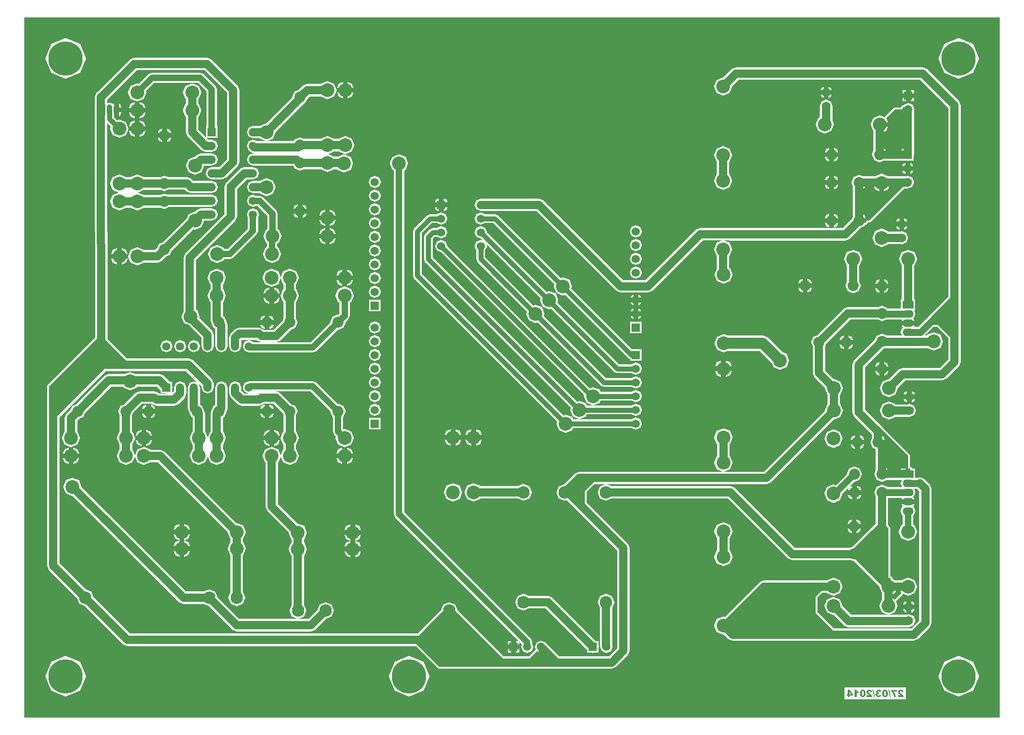
<source format=gbl>
%FSAX24Y24*%
%MOIN*%
G70*
G01*
G75*
G04 Layer_Physical_Order=2*
G04 Layer_Color=16711680*
%ADD10C,0.0350*%
%ADD11C,0.0600*%
%ADD12C,0.0500*%
%ADD13C,0.1000*%
%ADD14C,0.0800*%
%ADD15R,0.0591X0.0591*%
%ADD16C,0.0591*%
%ADD17R,0.0630X0.0630*%
%ADD18C,0.0630*%
%ADD19O,0.0787X0.0551*%
%ADD20R,0.0787X0.0551*%
%ADD21R,0.0600X0.0600*%
%ADD22C,0.0600*%
G04:AMPARAMS|DCode=23|XSize=60mil|YSize=60mil|CornerRadius=7.5mil|HoleSize=0mil|Usage=FLASHONLY|Rotation=0.000|XOffset=0mil|YOffset=0mil|HoleType=Round|Shape=RoundedRectangle|*
%AMROUNDEDRECTD23*
21,1,0.0600,0.0450,0,0,0.0*
21,1,0.0450,0.0600,0,0,0.0*
1,1,0.0150,0.0225,-0.0225*
1,1,0.0150,-0.0225,-0.0225*
1,1,0.0150,-0.0225,0.0225*
1,1,0.0150,0.0225,0.0225*
%
%ADD23ROUNDEDRECTD23*%
%ADD24C,0.0906*%
%ADD25O,0.0394X0.0787*%
%ADD26R,0.0394X0.0787*%
%ADD27R,0.0591X0.0591*%
%ADD28C,0.0650*%
%ADD29C,0.0591*%
%ADD30R,0.0591X0.0591*%
%ADD31R,0.0591X0.0591*%
%ADD32C,0.2500*%
%ADD33C,0.0450*%
%ADD34C,0.0800*%
G36*
X100000Y019000D02*
X029000D01*
Y070000D01*
X100000D01*
Y019000D01*
D02*
G37*
%LPC*%
G36*
X059340Y053795D02*
X059019Y053661D01*
X058885Y053340D01*
X059019Y053019D01*
X059340Y052885D01*
X059342Y052886D01*
X069758Y042470D01*
X069729Y042400D01*
X069925Y041925D01*
X070400Y041729D01*
X070875Y041925D01*
X070939Y042081D01*
X073178D01*
X073179Y042079D01*
X073500Y041945D01*
X073821Y042079D01*
X073955Y042400D01*
X073821Y042721D01*
X073500Y042855D01*
X073179Y042721D01*
X073178Y042719D01*
X070939D01*
X070875Y042875D01*
X070400Y043071D01*
X070160Y042972D01*
X059794Y053338D01*
X059795Y053340D01*
X059661Y053661D01*
X059340Y053795D01*
D02*
G37*
G36*
X093234Y042185D02*
X093000D01*
X093069Y042019D01*
X093234Y041951D01*
Y042185D01*
D02*
G37*
G36*
X093818D02*
X093584D01*
Y041951D01*
X093750Y042019D01*
X093818Y042185D01*
D02*
G37*
G36*
X054500Y042855D02*
X054179Y042721D01*
X054045Y042400D01*
X054179Y042079D01*
X054500Y041945D01*
X054821Y042079D01*
X054955Y042400D01*
X054821Y042721D01*
X054500Y042855D01*
D02*
G37*
G36*
X038218Y041790D02*
Y041475D01*
X038534D01*
X038441Y041698D01*
X038218Y041790D01*
D02*
G37*
G36*
X046482D02*
X046259Y041698D01*
X046166Y041475D01*
X046482D01*
Y041790D01*
D02*
G37*
G36*
X046832D02*
Y041475D01*
X047147D01*
X047055Y041698D01*
X046832Y041790D01*
D02*
G37*
G36*
X093234Y042769D02*
X093069Y042701D01*
X093000Y042535D01*
X093234D01*
Y042769D01*
D02*
G37*
G36*
X042300Y067055D02*
X037000D01*
X036679Y066921D01*
X034295Y064538D01*
X034244Y064516D01*
X034110Y064195D01*
Y062344D01*
X034115Y062332D01*
X034142Y046646D01*
X030708Y043212D01*
X030670Y043120D01*
Y041110D01*
X030645Y041050D01*
Y030056D01*
X030779Y029735D01*
X032833Y027681D01*
X032998Y027282D01*
X033397Y027116D01*
X036175Y024339D01*
X036496Y024205D01*
X057511D01*
X059108Y022608D01*
X059200Y022570D01*
X063654D01*
X063714Y022545D01*
X071750D01*
X072071Y022679D01*
X072921Y023529D01*
X073055Y023850D01*
Y031350D01*
X072921Y031671D01*
X069930Y034663D01*
Y035446D01*
X070479Y035995D01*
X070891D01*
X070898Y035998D01*
X071277D01*
X070892Y035838D01*
X070710Y035400D01*
X070892Y034962D01*
X071330Y034780D01*
X071729Y034945D01*
X080212D01*
X084579Y030579D01*
X084900Y030445D01*
X089186D01*
X089399Y030357D01*
X089413Y030363D01*
X091226Y028550D01*
X091218Y028530D01*
X091415Y028055D01*
X091435Y028047D01*
Y027603D01*
X091415Y027595D01*
X091218Y027120D01*
X091415Y026645D01*
X091827Y026475D01*
X089178D01*
X088552Y027100D01*
X088560Y027120D01*
X088364Y027595D01*
X087889Y027791D01*
X087415Y027595D01*
X087218Y027120D01*
X087415Y026645D01*
X087889Y026449D01*
X087909Y026457D01*
X088668Y025699D01*
X088989Y025565D01*
X093339D01*
X093358Y025573D01*
X093369Y025568D01*
X093710Y025709D01*
X093851Y026050D01*
X093710Y026391D01*
X093369Y026532D01*
X093232Y026475D01*
X091951D01*
X092364Y026645D01*
X092560Y027120D01*
X092414Y027475D01*
D01*
X092432Y027493D01*
X092456Y027503D01*
X092924Y027971D01*
X092934Y027995D01*
X092948Y028009D01*
X093309Y027859D01*
X093784Y028055D01*
X093980Y028530D01*
X093784Y029005D01*
X093309Y029201D01*
X092835Y029005D01*
X092826Y028985D01*
X092372D01*
X092364Y029005D01*
X092194Y029075D01*
Y029129D01*
X092184Y029152D01*
Y029178D01*
X092166Y029197D01*
X092156Y029220D01*
X092132Y029230D01*
X092114Y029249D01*
X092019Y029288D01*
Y032774D01*
X092030Y032800D01*
X091992Y032892D01*
X091874Y033010D01*
Y034980D01*
X092884D01*
X092845Y034886D01*
X093793D01*
X093740Y035013D01*
X093663Y035045D01*
X093740Y035077D01*
X093866Y035380D01*
X093754Y035649D01*
X093947D01*
X094125Y035470D01*
Y026068D01*
X093542Y025485D01*
X087929D01*
X086730Y026684D01*
Y027746D01*
X087059Y028075D01*
X087407D01*
X087415Y028055D01*
X087889Y027859D01*
X088364Y028055D01*
X088560Y028530D01*
X088364Y029005D01*
X087889Y029201D01*
X087415Y029005D01*
X087407Y028985D01*
X082830D01*
X082603Y028890D01*
X082509Y028851D01*
X079985Y026327D01*
X079879Y026371D01*
X079405Y026175D01*
X079208Y025700D01*
X079405Y025225D01*
X079879Y025029D01*
X079899Y025037D01*
X080228Y024709D01*
X080549Y024575D01*
X093730D01*
X094051Y024709D01*
X094901Y025559D01*
X095035Y025880D01*
Y035659D01*
X094901Y035980D01*
X094511Y036371D01*
X094189Y036504D01*
X094059Y036450D01*
X093833D01*
Y037114D01*
X093624D01*
Y037114D01*
X093586Y037206D01*
X093494Y037244D01*
X093449D01*
Y038081D01*
X093411Y038173D01*
X091474Y040109D01*
X091461Y040142D01*
X090175Y041428D01*
Y044512D01*
X091546Y045884D01*
X091598Y045905D01*
X093319D01*
X093323Y045907D01*
X094771D01*
X095200Y045729D01*
X095675Y045925D01*
X095871Y046400D01*
X095675Y046875D01*
X095200Y047071D01*
X094725Y046875D01*
X094701Y046816D01*
X094532D01*
X095186Y047470D01*
X095446D01*
X096245Y046671D01*
Y045088D01*
X095612Y044455D01*
X092929D01*
X092608Y044321D01*
X091939Y043653D01*
X091919Y043661D01*
X091445Y043465D01*
X091248Y042990D01*
X091445Y042515D01*
X091919Y042319D01*
X092394Y042515D01*
X092590Y042990D01*
X092582Y043010D01*
X093118Y043545D01*
X095800D01*
X096121Y043679D01*
X097021Y044579D01*
X097155Y044900D01*
Y049550D01*
Y063590D01*
X097060Y063817D01*
X097021Y063911D01*
X094711Y066221D01*
X094390Y066355D01*
X080799D01*
X080478Y066221D01*
X079869Y065613D01*
X079849Y065621D01*
X079375Y065425D01*
X079178Y064950D01*
X079375Y064475D01*
X079849Y064279D01*
X080324Y064475D01*
X080520Y064950D01*
X080512Y064970D01*
X080988Y065445D01*
X094202D01*
X096245Y063402D01*
Y049662D01*
X094045Y047461D01*
X093754D01*
X093793Y047555D01*
X092845D01*
X092898Y047427D01*
X092975Y047395D01*
X092898Y047363D01*
X092773Y047061D01*
X092875Y046815D01*
X091743D01*
X091409Y046953D01*
X091011Y046788D01*
X090903Y046527D01*
X089399Y045022D01*
X089265Y044701D01*
Y041240D01*
X089399Y040919D01*
X090685Y039632D01*
Y039321D01*
X090576Y039060D01*
X090741Y038662D01*
X090955Y038574D01*
Y036981D01*
X090846Y036720D01*
X091011Y036322D01*
X091409Y036157D01*
X091743Y036295D01*
X092875D01*
X092773Y036049D01*
X092884Y035780D01*
X091811D01*
X091419Y035943D01*
X091021Y035778D01*
X090856Y035380D01*
X090965Y035119D01*
Y033128D01*
X089263Y031426D01*
X089090Y031355D01*
X085088D01*
X080721Y035721D01*
X080400Y035855D01*
X071729D01*
X071383Y035998D01*
X071762D01*
X071769Y035995D01*
X083019D01*
X083341Y036129D01*
X087899Y040687D01*
X087919Y040679D01*
X088394Y040875D01*
X088590Y041350D01*
X088394Y041825D01*
X088374Y041833D01*
Y042507D01*
X088394Y042515D01*
X088590Y042990D01*
X088394Y043465D01*
X087919Y043661D01*
X087899Y043653D01*
X087284Y044268D01*
Y046059D01*
X087336Y046183D01*
X089128Y047975D01*
X091148D01*
X091409Y047867D01*
X091727Y047999D01*
X092884D01*
X092845Y047905D01*
X093793D01*
X093740Y048033D01*
X093663Y048065D01*
X093740Y048097D01*
X093866Y048399D01*
X093752Y048673D01*
X093833D01*
Y049464D01*
X093774D01*
Y051917D01*
X093794Y051925D01*
X093990Y052400D01*
X093794Y052875D01*
X093319Y053071D01*
X092845Y052875D01*
X092648Y052400D01*
X092845Y051925D01*
X092865Y051917D01*
Y049464D01*
X092806D01*
Y048800D01*
X091819D01*
X091807Y048828D01*
X091409Y048993D01*
X091148Y048885D01*
X088939D01*
X088618Y048751D01*
X086693Y046826D01*
X086431Y046718D01*
X086266Y046320D01*
X086375Y046059D01*
Y044080D01*
X086508Y043759D01*
X087256Y043010D01*
X087248Y042990D01*
X087445Y042515D01*
X087465Y042507D01*
Y041833D01*
X087445Y041825D01*
X087248Y041350D01*
X087256Y041330D01*
X082831Y036905D01*
X079941D01*
X080354Y037075D01*
X080550Y037550D01*
X080354Y038025D01*
X080334Y038033D01*
Y038917D01*
X080354Y038925D01*
X080550Y039400D01*
X080354Y039875D01*
X079879Y040071D01*
X079405Y039875D01*
X079208Y039400D01*
X079405Y038925D01*
X079425Y038917D01*
Y038033D01*
X079405Y038025D01*
X079208Y037550D01*
X079405Y037075D01*
X079817Y036905D01*
X071773D01*
X071766Y036907D01*
X070894D01*
X070887Y036905D01*
X069380D01*
X069059Y036771D01*
X068291Y036004D01*
X067892Y035838D01*
X067710Y035400D01*
X067892Y034962D01*
X068330Y034780D01*
X068469Y034838D01*
X072145Y031162D01*
Y024038D01*
X071562Y023455D01*
X067938D01*
X066921Y024471D01*
X066600Y024605D01*
X066279Y024471D01*
X066145Y024150D01*
X066233Y023939D01*
X066221Y023934D01*
X065741Y023455D01*
X063902D01*
X060537Y026819D01*
X060372Y027218D01*
X059934Y027400D01*
X059495Y027218D01*
X059330Y026819D01*
X057625Y025115D01*
X036685D01*
X034040Y027759D01*
X033875Y028158D01*
X033476Y028324D01*
X031555Y030245D01*
Y040862D01*
X034928Y044235D01*
X040774D01*
X041639Y043371D01*
X041340Y043495D01*
X041019Y043361D01*
X040885Y043040D01*
Y041503D01*
X041019Y041182D01*
X041037Y041163D01*
X041145Y040902D01*
X041242Y040862D01*
Y039833D01*
X041222Y039825D01*
X041026Y039350D01*
X041222Y038875D01*
X041242Y038867D01*
Y038533D01*
X041222Y038525D01*
X041026Y038050D01*
X041222Y037575D01*
X041697Y037379D01*
X042171Y037575D01*
X042350Y038007D01*
X042529Y037575D01*
X043003Y037379D01*
X043478Y037575D01*
X043674Y038050D01*
X043478Y038525D01*
X043458Y038533D01*
Y038867D01*
X043478Y038875D01*
X043674Y039350D01*
X043478Y039825D01*
X043458Y039833D01*
Y040862D01*
X043555Y040902D01*
X043720Y041300D01*
X043719Y041301D01*
X043795Y041483D01*
Y043040D01*
X043661Y043361D01*
X043340Y043495D01*
X043019Y043361D01*
X042885Y043040D01*
Y041750D01*
X042759Y041698D01*
X042594Y041300D01*
X042603Y041278D01*
X042549Y041147D01*
Y039833D01*
X042529Y039825D01*
X042350Y039393D01*
X042171Y039825D01*
X042151Y039833D01*
Y041147D01*
X042097Y041278D01*
X042106Y041300D01*
X041941Y041698D01*
X041795Y041759D01*
Y043040D01*
X041671Y043339D01*
X041885Y043124D01*
Y043040D01*
X042019Y042719D01*
X042340Y042585D01*
X042661Y042719D01*
X042795Y043040D01*
Y043313D01*
X042661Y043634D01*
X041284Y045011D01*
X040963Y045145D01*
X036463D01*
X035052Y046557D01*
X035025Y062324D01*
X035303Y062045D01*
X035239Y061890D01*
X035435Y061415D01*
X035910Y061219D01*
X036385Y061415D01*
X036560Y061839D01*
X036560Y061839D01*
X036581Y061890D01*
X036560Y061941D01*
X036560Y061941D01*
X036385Y062365D01*
X035910Y062561D01*
X035755Y062497D01*
X035519Y062732D01*
Y062785D01*
X035525Y062783D01*
Y063010D01*
X035543Y063053D01*
Y063250D01*
Y063447D01*
X035525Y063490D01*
Y063717D01*
X035457Y063689D01*
X035450Y063671D01*
X035443Y063689D01*
X035200Y063790D01*
X035020Y063715D01*
Y063977D01*
X037188Y066145D01*
X042112D01*
X043745Y064512D01*
Y059648D01*
X043182Y059085D01*
X042640D01*
X042319Y058951D01*
X042185Y058630D01*
X042319Y058309D01*
X042640Y058175D01*
X043370D01*
X043691Y058309D01*
X044521Y059139D01*
X044655Y059460D01*
Y064700D01*
X044521Y065021D01*
X042621Y066921D01*
X042300Y067055D01*
D02*
G37*
G36*
X079704Y044225D02*
X079281D01*
X079405Y043925D01*
X079704Y043801D01*
Y044225D01*
D02*
G37*
G36*
X080478D02*
X080054D01*
Y043801D01*
X080354Y043925D01*
X080478Y044225D01*
D02*
G37*
G36*
X049995Y043498D02*
X045425D01*
X045372Y043476D01*
X045340Y043489D01*
X045022Y043358D01*
X044891Y043040D01*
X045022Y042722D01*
X045319Y042599D01*
X045014D01*
X044795Y042818D01*
Y043040D01*
X044661Y043361D01*
X044340Y043495D01*
X044019Y043361D01*
X043885Y043040D01*
Y042630D01*
X044019Y042309D01*
X044504Y041823D01*
X044825Y041690D01*
X046087D01*
X046409Y041823D01*
X046431Y041845D01*
X046614D01*
X046657Y041863D01*
X046699Y041845D01*
X047132D01*
X047814Y041163D01*
X047855Y041063D01*
Y039833D01*
X047835Y039825D01*
X047657Y039393D01*
X047657Y039393D01*
X047639Y039350D01*
X047657Y039307D01*
X047657Y039307D01*
X047835Y038875D01*
X047855Y038867D01*
Y038533D01*
X047835Y038525D01*
X047657Y038093D01*
X047478Y038525D01*
X047054Y038700D01*
X047054Y038700D01*
X047003Y038721D01*
X046952Y038700D01*
X046952Y038700D01*
X046529Y038525D01*
X046332Y038050D01*
X046529Y037575D01*
X046549Y037567D01*
Y034367D01*
X046682Y034045D01*
X048237Y032490D01*
X048229Y032470D01*
X048425Y031995D01*
X048445Y031987D01*
Y031753D01*
X048425Y031745D01*
X048229Y031270D01*
X048425Y030795D01*
X048445Y030787D01*
Y027155D01*
X048290Y026780D01*
X048472Y026342D01*
X048857Y026182D01*
X044633D01*
X043056Y027759D01*
X042890Y028158D01*
X042452Y028340D01*
X042053Y028175D01*
X040768D01*
X033163Y035780D01*
X033171Y035800D01*
X032975Y036275D01*
X032500Y036471D01*
X032025Y036275D01*
X031829Y035800D01*
X032025Y035325D01*
X032500Y035129D01*
X032520Y035137D01*
X040259Y027399D01*
X040580Y027265D01*
X042053D01*
X042413Y027116D01*
X044123Y025406D01*
X044445Y025273D01*
X049865D01*
X050187Y025406D01*
X050957Y026176D01*
X051356Y026342D01*
X051538Y026780D01*
X051356Y027218D01*
X050918Y027400D01*
X050480Y027218D01*
X050314Y026819D01*
X049677Y026182D01*
X048963D01*
X049348Y026342D01*
X049530Y026780D01*
X049355Y027203D01*
Y030787D01*
X049375Y030795D01*
X049571Y031270D01*
X049375Y031745D01*
X049355Y031753D01*
Y031987D01*
X049375Y031995D01*
X049571Y032470D01*
X049375Y032945D01*
X048900Y033141D01*
X048880Y033133D01*
X047458Y034555D01*
Y037567D01*
X047478Y037575D01*
X047657Y038007D01*
X047835Y037575D01*
X048310Y037379D01*
X048785Y037575D01*
X048981Y038050D01*
X048785Y038525D01*
X048765Y038533D01*
Y038867D01*
X048785Y038875D01*
X048981Y039350D01*
X048785Y039825D01*
X048765Y039833D01*
Y041015D01*
X048883Y041300D01*
X048718Y041698D01*
X048457Y041806D01*
X047641Y042621D01*
X047327Y042752D01*
X049840D01*
X051267Y041325D01*
X051257Y041300D01*
X051422Y040902D01*
X051447Y040892D01*
Y039840D01*
X051556Y039576D01*
X051681Y039451D01*
X051639Y039350D01*
X051835Y038875D01*
X052259Y038700D01*
X052259Y038700D01*
X052310Y038679D01*
X052361Y038700D01*
X052361Y038700D01*
X052785Y038875D01*
X052981Y039350D01*
X052785Y039825D01*
X052310Y040021D01*
X052209Y039979D01*
X052193Y039995D01*
Y040892D01*
X052218Y040902D01*
X052383Y041300D01*
X052218Y041698D01*
X051820Y041863D01*
X051795Y041853D01*
X050259Y043389D01*
X049995Y043498D01*
D02*
G37*
G36*
X093584Y042769D02*
Y042535D01*
X093818D01*
X093750Y042701D01*
X093584Y042769D01*
D02*
G37*
G36*
X036700Y044171D02*
X036322Y044015D01*
X035140D01*
X034819Y043881D01*
X032743Y041806D01*
X032482Y041698D01*
X032374Y041437D01*
X032069Y041131D01*
X031935Y040810D01*
Y039833D01*
X031915Y039825D01*
X031719Y039350D01*
X031915Y038875D01*
X032339Y038700D01*
X032339Y038700D01*
X032390Y038679D01*
X032441Y038700D01*
X032441Y038700D01*
X032865Y038875D01*
X033061Y039350D01*
X032865Y039825D01*
X032845Y039833D01*
Y040622D01*
X033017Y040794D01*
X033278Y040902D01*
X033386Y041163D01*
X035328Y043105D01*
X036192D01*
X036225Y043025D01*
X036700Y042829D01*
X037175Y043025D01*
X037208Y043105D01*
X038636D01*
X038925Y042817D01*
Y042625D01*
X039256D01*
X039318Y042599D01*
X038801D01*
X038779Y042621D01*
X038458Y042755D01*
X037380D01*
X037059Y042621D01*
X036243Y041806D01*
X035982Y041698D01*
X035817Y041300D01*
X035925Y041039D01*
Y039829D01*
X035915Y039825D01*
X035719Y039350D01*
X035915Y038875D01*
X035935Y038867D01*
Y038533D01*
X035915Y038525D01*
X035719Y038050D01*
X035915Y037575D01*
X036390Y037379D01*
X036865Y037575D01*
X037043Y038007D01*
X037222Y037575D01*
X037697Y037379D01*
X038171Y037575D01*
X038179Y037595D01*
X038712D01*
X043787Y032520D01*
X043779Y032500D01*
X043975Y032025D01*
X043995Y032017D01*
Y031783D01*
X043975Y031775D01*
X043779Y031300D01*
X043975Y030825D01*
X043995Y030817D01*
Y028095D01*
X043840Y027720D01*
X044022Y027282D01*
X044460Y027100D01*
X044898Y027282D01*
X045080Y027720D01*
X044905Y028143D01*
Y030817D01*
X044925Y030825D01*
X045121Y031300D01*
X044925Y031775D01*
X044905Y031783D01*
Y032017D01*
X044925Y032025D01*
X045121Y032500D01*
X044925Y032975D01*
X044450Y033171D01*
X044430Y033163D01*
X039221Y038371D01*
X038900Y038505D01*
X038179D01*
X038171Y038525D01*
X037748Y038700D01*
X037748Y038700D01*
X037697Y038721D01*
X037646Y038700D01*
X037646Y038700D01*
X037222Y038525D01*
X037043Y038093D01*
X036865Y038525D01*
X036845Y038533D01*
Y038867D01*
X036865Y038875D01*
X037043Y039307D01*
X037043Y039307D01*
X037061Y039350D01*
X037043Y039393D01*
X037043Y039393D01*
X036865Y039825D01*
X036835Y039837D01*
Y041039D01*
X036886Y041163D01*
X037568Y041845D01*
X038001D01*
X038043Y041863D01*
X038086Y041845D01*
X038269D01*
X038291Y041823D01*
X038613Y041690D01*
X039895D01*
X040216Y041823D01*
X040661Y042269D01*
X040795Y042590D01*
Y043040D01*
X040661Y043361D01*
X040340Y043495D01*
X040019Y043361D01*
X039885Y043040D01*
Y042778D01*
X039755Y042648D01*
Y042950D01*
X039795Y043045D01*
X039755Y043140D01*
Y043455D01*
X039572D01*
X039146Y043881D01*
X038825Y044015D01*
X037078D01*
X036700Y044171D01*
D02*
G37*
G36*
X054500Y043855D02*
X054179Y043721D01*
X054045Y043400D01*
X054179Y043079D01*
X054500Y042945D01*
X054821Y043079D01*
X054955Y043400D01*
X054821Y043721D01*
X054500Y043855D01*
D02*
G37*
G36*
X037868Y041790D02*
X037645Y041698D01*
X037553Y041475D01*
X037868D01*
Y041790D01*
D02*
G37*
G36*
X060025Y039999D02*
X059725Y039875D01*
X059601Y039575D01*
X060025D01*
Y039999D01*
D02*
G37*
G36*
X060375D02*
Y039575D01*
X060799D01*
X060675Y039875D01*
X060375Y039999D01*
D02*
G37*
G36*
X061525D02*
X061225Y039875D01*
X061101Y039575D01*
X061525D01*
Y039999D01*
D02*
G37*
G36*
X047178Y039949D02*
Y039525D01*
X047602D01*
X047478Y039825D01*
X047178Y039949D01*
D02*
G37*
G36*
X037522D02*
X037222Y039825D01*
X037098Y039525D01*
X037522D01*
Y039949D01*
D02*
G37*
G36*
X037872D02*
Y039525D01*
X038295D01*
X038171Y039825D01*
X037872Y039949D01*
D02*
G37*
G36*
X046828D02*
X046529Y039825D01*
X046405Y039525D01*
X046828D01*
Y039949D01*
D02*
G37*
G36*
X061875Y039999D02*
Y039575D01*
X062299D01*
X062175Y039875D01*
X061875Y039999D01*
D02*
G37*
G36*
X047147Y041125D02*
X046832D01*
Y040810D01*
X047055Y040902D01*
X047147Y041125D01*
D02*
G37*
G36*
X091919Y042021D02*
X091445Y041825D01*
X091248Y041350D01*
X091445Y040875D01*
X091919Y040679D01*
X092394Y040875D01*
X092402Y040895D01*
X093368D01*
X093409Y040878D01*
X093750Y041019D01*
X093891Y041360D01*
X093750Y041701D01*
X093409Y041842D01*
X093320Y041805D01*
X092402D01*
X092394Y041825D01*
X091919Y042021D01*
D02*
G37*
G36*
X054500Y041855D02*
X054179Y041721D01*
X054045Y041400D01*
X054179Y041079D01*
X054500Y040945D01*
X054821Y041079D01*
X054955Y041400D01*
X054821Y041721D01*
X054500Y041855D01*
D02*
G37*
G36*
X046482Y041125D02*
X046166D01*
X046259Y040902D01*
X046482Y040810D01*
Y041125D01*
D02*
G37*
G36*
X054920Y040820D02*
X054080D01*
Y039980D01*
X054920D01*
Y040820D01*
D02*
G37*
G36*
X037868Y041125D02*
X037553D01*
X037645Y040902D01*
X037868Y040810D01*
Y041125D01*
D02*
G37*
G36*
X038534D02*
X038218D01*
Y040810D01*
X038441Y040902D01*
X038534Y041125D01*
D02*
G37*
G36*
X091234Y044215D02*
X090919D01*
X091011Y043992D01*
X091234Y043900D01*
Y044215D01*
D02*
G37*
G36*
X073920Y047820D02*
X073080D01*
Y046980D01*
X073920D01*
Y047820D01*
D02*
G37*
G36*
X046482Y047605D02*
X046166D01*
X046259Y047382D01*
X046482Y047290D01*
Y047605D01*
D02*
G37*
G36*
X047147D02*
X046832D01*
Y047290D01*
X047055Y047382D01*
X047147Y047605D01*
D02*
G37*
G36*
X054500Y047855D02*
X054179Y047721D01*
X054045Y047400D01*
X054179Y047079D01*
X054500Y046945D01*
X054821Y047079D01*
X054955Y047400D01*
X054821Y047721D01*
X054500Y047855D01*
D02*
G37*
G36*
Y046855D02*
X054179Y046721D01*
X054045Y046400D01*
X054179Y046079D01*
X054500Y045945D01*
X054821Y046079D01*
X054955Y046400D01*
X054821Y046721D01*
X054500Y046855D01*
D02*
G37*
G36*
X088654Y046810D02*
X088431Y046718D01*
X088339Y046495D01*
X088654D01*
Y046810D01*
D02*
G37*
G36*
X089004D02*
Y046495D01*
X089320D01*
X089227Y046718D01*
X089004Y046810D01*
D02*
G37*
G36*
X046482Y048270D02*
X046259Y048178D01*
X046166Y047955D01*
X046482D01*
Y048270D01*
D02*
G37*
G36*
X073675Y048782D02*
Y048575D01*
X073882D01*
X073821Y048721D01*
X073675Y048782D01*
D02*
G37*
G36*
X054920Y049420D02*
X054080D01*
Y048580D01*
X054920D01*
Y049420D01*
D02*
G37*
G36*
X073325Y049225D02*
X073118D01*
X073179Y049079D01*
X073325Y049018D01*
Y049225D01*
D02*
G37*
G36*
Y048782D02*
X073179Y048721D01*
X073118Y048575D01*
X073325D01*
Y048782D01*
D02*
G37*
G36*
X046832Y048270D02*
Y047955D01*
X047147D01*
X047055Y048178D01*
X046832Y048270D01*
D02*
G37*
G36*
X073325Y048225D02*
X073118D01*
X073179Y048079D01*
X073325Y048018D01*
Y048225D01*
D02*
G37*
G36*
X073882D02*
X073675D01*
Y048018D01*
X073821Y048079D01*
X073882Y048225D01*
D02*
G37*
G36*
X089320Y046145D02*
X089004D01*
Y045830D01*
X089227Y045922D01*
X089320Y046145D01*
D02*
G37*
G36*
X091584Y044880D02*
Y044565D01*
X091900D01*
X091807Y044788D01*
X091584Y044880D01*
D02*
G37*
G36*
X079704Y044999D02*
X079405Y044875D01*
X079281Y044575D01*
X079704D01*
Y044999D01*
D02*
G37*
G36*
X080054D02*
Y044575D01*
X080478D01*
X080354Y044875D01*
X080054Y044999D01*
D02*
G37*
G36*
X091234Y044880D02*
X091011Y044788D01*
X090919Y044565D01*
X091234D01*
Y044880D01*
D02*
G37*
G36*
X091900Y044215D02*
X091584D01*
Y043900D01*
X091807Y043992D01*
X091900Y044215D01*
D02*
G37*
G36*
X054500Y044855D02*
X054179Y044721D01*
X054045Y044400D01*
X054179Y044079D01*
X054500Y043945D01*
X054821Y044079D01*
X054955Y044400D01*
X054821Y044721D01*
X054500Y044855D01*
D02*
G37*
G36*
X079899Y046921D02*
X079425Y046725D01*
X079228Y046250D01*
X079425Y045775D01*
X079899Y045579D01*
X080161Y045687D01*
X082517D01*
X083417Y044787D01*
X083525Y044525D01*
X084000Y044329D01*
X084475Y044525D01*
X084671Y045000D01*
X084475Y045475D01*
X084213Y045583D01*
X083148Y046648D01*
X082750Y046813D01*
X080161D01*
X079899Y046921D01*
D02*
G37*
G36*
X054500Y045855D02*
X054179Y045721D01*
X054045Y045400D01*
X054179Y045079D01*
X054500Y044945D01*
X054821Y045079D01*
X054955Y045400D01*
X054821Y045721D01*
X054500Y045855D01*
D02*
G37*
G36*
X040340Y046489D02*
X040022Y046358D01*
X039891Y046040D01*
X040022Y045722D01*
X040340Y045591D01*
X040658Y045722D01*
X040789Y046040D01*
X040658Y046358D01*
X040340Y046489D01*
D02*
G37*
G36*
X041340D02*
X041022Y046358D01*
X040891Y046040D01*
X041022Y045722D01*
X041340Y045591D01*
X041658Y045722D01*
X041789Y046040D01*
X041658Y046358D01*
X041340Y046489D01*
D02*
G37*
G36*
X088654Y046145D02*
X088339D01*
X088431Y045922D01*
X088654Y045830D01*
Y046145D01*
D02*
G37*
G36*
X039340Y046489D02*
X039022Y046358D01*
X038891Y046040D01*
X039022Y045722D01*
X039340Y045591D01*
X039658Y045722D01*
X039789Y046040D01*
X039658Y046358D01*
X039340Y046489D01*
D02*
G37*
G36*
X062220Y055795D02*
X061899Y055661D01*
X061765Y055340D01*
X061899Y055019D01*
X062220Y054885D01*
X062541Y055019D01*
X062542Y055021D01*
X063128D01*
X067593Y050555D01*
X067529Y050400D01*
X067725Y049925D01*
X068200Y049729D01*
X068355Y049793D01*
X072974Y045174D01*
X073080Y045130D01*
Y044980D01*
X073920D01*
Y045820D01*
X073232D01*
X068807Y050245D01*
X068871Y050400D01*
X068675Y050875D01*
X068200Y051071D01*
X068045Y051007D01*
X063486Y055566D01*
X063260Y055659D01*
X062542D01*
X062541Y055661D01*
X062220Y055795D01*
D02*
G37*
G36*
X045640Y059085D02*
X045000D01*
X044679Y058951D01*
X043699Y057971D01*
X043565Y057650D01*
Y055668D01*
X040709Y052811D01*
X040575Y052490D01*
Y048554D01*
X040429Y048200D01*
X040625Y047725D01*
X040977Y047580D01*
X041885Y046672D01*
Y046040D01*
X042019Y045719D01*
X042340Y045585D01*
X042661Y045719D01*
X042795Y046040D01*
Y046860D01*
X042661Y047181D01*
X041734Y048109D01*
X041771Y048200D01*
X041575Y048675D01*
X041485Y048712D01*
Y052302D01*
X044341Y055159D01*
X044475Y055480D01*
Y057462D01*
X045188Y058175D01*
X045640D01*
X045961Y058309D01*
X046095Y058630D01*
X045961Y058951D01*
X045640Y059085D01*
D02*
G37*
G36*
X043003Y051701D02*
X042529Y051505D01*
X042332Y051030D01*
X042529Y050555D01*
X042549Y050547D01*
Y050213D01*
X042529Y050205D01*
X042332Y049730D01*
X042529Y049255D01*
X042549Y049247D01*
Y047933D01*
X042603Y047802D01*
X042594Y047780D01*
X042759Y047382D01*
X042885Y047330D01*
Y046040D01*
X043019Y045719D01*
X043340Y045585D01*
X043661Y045719D01*
X043795Y046040D01*
Y047597D01*
X043719Y047779D01*
X043720Y047780D01*
X043555Y048178D01*
X043458Y048218D01*
Y049247D01*
X043478Y049255D01*
X043674Y049730D01*
X043478Y050205D01*
X043458Y050213D01*
Y050547D01*
X043478Y050555D01*
X043674Y051030D01*
X043478Y051505D01*
X043003Y051701D01*
D02*
G37*
G36*
X089814Y039550D02*
Y039235D01*
X090130D01*
X090037Y039458D01*
X089814Y039550D01*
D02*
G37*
G36*
X053075Y031869D02*
Y031445D01*
X053499D01*
X053375Y031745D01*
X053075Y031869D01*
D02*
G37*
G36*
X040275Y031899D02*
X039975Y031775D01*
X039851Y031475D01*
X040275D01*
Y031899D01*
D02*
G37*
G36*
X040625D02*
Y031475D01*
X041049D01*
X040925Y031775D01*
X040625Y031899D01*
D02*
G37*
G36*
X052725Y031869D02*
X052425Y031745D01*
X052301Y031445D01*
X052725D01*
Y031869D01*
D02*
G37*
G36*
X053499Y031095D02*
X053075D01*
Y030671D01*
X053375Y030795D01*
X053499Y031095D01*
D02*
G37*
G36*
X040275Y031125D02*
X039851D01*
X039975Y030825D01*
X040275Y030701D01*
Y031125D01*
D02*
G37*
G36*
X041049D02*
X040625D01*
Y030701D01*
X040925Y030825D01*
X041049Y031125D01*
D02*
G37*
G36*
X093793Y034536D02*
X092845D01*
X092898Y034408D01*
X092975Y034376D01*
X092898Y034344D01*
X092773Y034041D01*
X092898Y033739D01*
X092936Y033723D01*
Y033046D01*
X092835Y033005D01*
X092638Y032530D01*
X092835Y032055D01*
X093309Y031859D01*
X093784Y032055D01*
X093980Y032530D01*
X093784Y033005D01*
X093683Y033046D01*
Y033715D01*
X093740Y033739D01*
X093866Y034041D01*
X093740Y034344D01*
X093663Y034376D01*
X093740Y034408D01*
X093793Y034536D01*
D02*
G37*
G36*
X089224Y032745D02*
X088909D01*
X089001Y032522D01*
X089224Y032430D01*
Y032745D01*
D02*
G37*
G36*
X089890D02*
X089574D01*
Y032430D01*
X089797Y032522D01*
X089890Y032745D01*
D02*
G37*
G36*
X052725Y033069D02*
X052425Y032945D01*
X052301Y032645D01*
X052725D01*
Y033069D01*
D02*
G37*
G36*
X041049Y032325D02*
X040625D01*
Y031901D01*
X040925Y032025D01*
X041049Y032325D01*
D02*
G37*
G36*
X052725Y032295D02*
X052301D01*
X052425Y031995D01*
X052725Y031871D01*
Y032295D01*
D02*
G37*
G36*
X053499D02*
X053075D01*
Y031871D01*
X053375Y031995D01*
X053499Y032295D01*
D02*
G37*
G36*
X040275Y032325D02*
X039851D01*
X039975Y032025D01*
X040275Y031901D01*
Y032325D01*
D02*
G37*
G36*
X052725Y031095D02*
X052301D01*
X052425Y030795D01*
X052725Y030671D01*
Y031095D01*
D02*
G37*
G36*
X065330Y028020D02*
X064892Y027838D01*
X064710Y027400D01*
X064892Y026962D01*
X065330Y026780D01*
X065729Y026945D01*
X066932D01*
X069955Y023922D01*
Y023735D01*
X070275D01*
X070370Y023695D01*
X070465Y023735D01*
X070785D01*
Y024055D01*
X070825Y024150D01*
X070785Y024245D01*
Y024565D01*
X070598D01*
X067441Y027721D01*
X067120Y027855D01*
X065729D01*
X065330Y028020D01*
D02*
G37*
G36*
X056270Y060021D02*
X055795Y059825D01*
X055599Y059350D01*
X055795Y058875D01*
X055897Y058834D01*
Y033813D01*
X056006Y033549D01*
X064990Y024565D01*
X064775D01*
Y024325D01*
X065015D01*
Y024540D01*
X065225Y024330D01*
X065151Y024150D01*
X065282Y023832D01*
X065600Y023701D01*
X065918Y023832D01*
X066049Y024150D01*
X065973Y024334D01*
Y024483D01*
X065864Y024747D01*
X056643Y033968D01*
Y058834D01*
X056745Y058875D01*
X056941Y059350D01*
X056745Y059825D01*
X056270Y060021D01*
D02*
G37*
G36*
X071330Y028020D02*
X070892Y027838D01*
X070710Y027400D01*
X070875Y027001D01*
Y024190D01*
X071009Y023869D01*
X071043Y023854D01*
X071052Y023832D01*
X071370Y023701D01*
X071688Y023832D01*
X071819Y024150D01*
X071785Y024234D01*
Y027001D01*
X071950Y027400D01*
X071768Y027838D01*
X071330Y028020D01*
D02*
G37*
G36*
X097000Y023483D02*
X095951Y023049D01*
X095517Y022000D01*
X095951Y020951D01*
X097000Y020517D01*
X098049Y020951D01*
X098483Y022000D01*
X098049Y023049D01*
X097000Y023483D01*
D02*
G37*
G36*
X093170Y021186D02*
X088690D01*
Y020321D01*
X093170D01*
Y021186D01*
D02*
G37*
G36*
X032000Y023483D02*
X030951Y023049D01*
X030517Y022000D01*
X030951Y020951D01*
X032000Y020517D01*
X033049Y020951D01*
X033483Y022000D01*
X033049Y023049D01*
X032000Y023483D01*
D02*
G37*
G36*
X057000D02*
X055951Y023049D01*
X055517Y022000D01*
X055951Y020951D01*
X057000Y020517D01*
X058049Y020951D01*
X058483Y022000D01*
X058049Y023049D01*
X057000Y023483D01*
D02*
G37*
G36*
X064425Y023975D02*
X064185D01*
Y023735D01*
X064425D01*
Y023975D01*
D02*
G37*
G36*
X093194Y027459D02*
X093029Y027391D01*
X092960Y027225D01*
X093194D01*
Y027459D01*
D02*
G37*
G36*
X093544D02*
Y027225D01*
X093778D01*
X093710Y027391D01*
X093544Y027459D01*
D02*
G37*
G36*
X079879Y033221D02*
X079405Y033025D01*
X079208Y032550D01*
X079405Y032075D01*
X079425Y032067D01*
Y031183D01*
X079405Y031175D01*
X079208Y030700D01*
X079405Y030225D01*
X079879Y030029D01*
X080354Y030225D01*
X080550Y030700D01*
X080354Y031175D01*
X080334Y031183D01*
Y032067D01*
X080354Y032075D01*
X080550Y032550D01*
X080354Y033025D01*
X079879Y033221D01*
D02*
G37*
G36*
X093778Y026875D02*
X093544D01*
Y026641D01*
X093710Y026709D01*
X093778Y026875D01*
D02*
G37*
G36*
X065015Y023975D02*
X064775D01*
Y023735D01*
X065015D01*
Y023975D01*
D02*
G37*
G36*
X064425Y024565D02*
X064185D01*
Y024325D01*
X064425D01*
Y024565D01*
D02*
G37*
G36*
X093194Y026875D02*
X092960D01*
X093029Y026709D01*
X093194Y026641D01*
Y026875D01*
D02*
G37*
G36*
X053075Y033069D02*
Y032645D01*
X053499D01*
X053375Y032945D01*
X053075Y033069D01*
D02*
G37*
G36*
X090130Y038885D02*
X089814D01*
Y038570D01*
X090037Y038662D01*
X090130Y038885D01*
D02*
G37*
G36*
X087889Y039981D02*
X087415Y039785D01*
X087218Y039310D01*
X087415Y038835D01*
X087889Y038639D01*
X088364Y038835D01*
X088560Y039310D01*
X088364Y039785D01*
X087889Y039981D01*
D02*
G37*
G36*
X037522Y039175D02*
X037098D01*
X037222Y038875D01*
X037522Y038751D01*
Y039175D01*
D02*
G37*
G36*
X089464Y038885D02*
X089149D01*
X089241Y038662D01*
X089464Y038570D01*
Y038885D01*
D02*
G37*
G36*
X032565Y038649D02*
Y038225D01*
X032989D01*
X032865Y038525D01*
X032565Y038649D01*
D02*
G37*
G36*
X052135D02*
X051835Y038525D01*
X051711Y038225D01*
X052135D01*
Y038649D01*
D02*
G37*
G36*
X052485D02*
Y038225D01*
X052909D01*
X052785Y038525D01*
X052485Y038649D01*
D02*
G37*
G36*
X038295Y039175D02*
X037872D01*
Y038751D01*
X038171Y038875D01*
X038295Y039175D01*
D02*
G37*
G36*
X061525Y039225D02*
X061101D01*
X061225Y038925D01*
X061525Y038801D01*
Y039225D01*
D02*
G37*
G36*
X062299D02*
X061875D01*
Y038801D01*
X062175Y038925D01*
X062299Y039225D01*
D02*
G37*
G36*
X089464Y039550D02*
X089241Y039458D01*
X089149Y039235D01*
X089464D01*
Y039550D01*
D02*
G37*
G36*
X060799Y039225D02*
X060375D01*
Y038801D01*
X060675Y038925D01*
X060799Y039225D01*
D02*
G37*
G36*
X046828Y039175D02*
X046405D01*
X046529Y038875D01*
X046828Y038751D01*
Y039175D01*
D02*
G37*
G36*
X047602D02*
X047178D01*
Y038751D01*
X047478Y038875D01*
X047602Y039175D01*
D02*
G37*
G36*
X060025Y039225D02*
X059601D01*
X059725Y038925D01*
X060025Y038801D01*
Y039225D01*
D02*
G37*
G36*
X032215Y038649D02*
X031915Y038525D01*
X031791Y038225D01*
X032215D01*
Y038649D01*
D02*
G37*
G36*
X060200Y036071D02*
X059725Y035875D01*
X059529Y035400D01*
X059725Y034925D01*
X060200Y034729D01*
X060675Y034925D01*
X060871Y035400D01*
X060675Y035875D01*
X060200Y036071D01*
D02*
G37*
G36*
X061700D02*
X061225Y035875D01*
X061029Y035400D01*
X061225Y034925D01*
X061700Y034729D01*
X062175Y034925D01*
X062183Y034945D01*
X064931D01*
X065330Y034780D01*
X065768Y034962D01*
X065950Y035400D01*
X065768Y035838D01*
X065330Y036020D01*
X064931Y035855D01*
X062183D01*
X062175Y035875D01*
X061700Y036071D01*
D02*
G37*
G36*
X089244Y035205D02*
X088929D01*
X089021Y034982D01*
X089244Y034890D01*
Y035205D01*
D02*
G37*
G36*
X089574Y033410D02*
Y033095D01*
X089890D01*
X089797Y033318D01*
X089574Y033410D01*
D02*
G37*
G36*
X040275Y033099D02*
X039975Y032975D01*
X039851Y032675D01*
X040275D01*
Y033099D01*
D02*
G37*
G36*
X040625D02*
Y032675D01*
X041049D01*
X040925Y032975D01*
X040625Y033099D01*
D02*
G37*
G36*
X089224Y033410D02*
X089001Y033318D01*
X088909Y033095D01*
X089224D01*
Y033410D01*
D02*
G37*
G36*
X089910Y035205D02*
X089594D01*
Y034890D01*
X089817Y034982D01*
X089910Y035205D01*
D02*
G37*
G36*
X032989Y037875D02*
X032565D01*
Y037451D01*
X032865Y037575D01*
X032989Y037875D01*
D02*
G37*
G36*
X052135D02*
X051711D01*
X051835Y037575D01*
X052135Y037451D01*
Y037875D01*
D02*
G37*
G36*
X052909D02*
X052485D01*
Y037451D01*
X052785Y037575D01*
X052909Y037875D01*
D02*
G37*
G36*
X032215D02*
X031791D01*
X031915Y037575D01*
X032215Y037451D01*
Y037875D01*
D02*
G37*
G36*
X089244Y035870D02*
X089021Y035778D01*
X088929Y035555D01*
X089244D01*
Y035870D01*
D02*
G37*
G36*
X089594D02*
Y035555D01*
X089910D01*
X089817Y035778D01*
X089594Y035870D01*
D02*
G37*
G36*
X089409Y037283D02*
X089011Y037118D01*
X088846Y036720D01*
X088857Y036695D01*
X088068Y035907D01*
X087889Y035981D01*
X087415Y035785D01*
X087218Y035310D01*
X087415Y034835D01*
X087889Y034639D01*
X088364Y034835D01*
X088560Y035310D01*
X088551Y035333D01*
X089385Y036167D01*
X089409Y036157D01*
X089807Y036322D01*
X089972Y036720D01*
X089807Y037118D01*
X089409Y037283D01*
D02*
G37*
G36*
X093125Y058815D02*
X092901D01*
X092967Y058657D01*
X093125Y058592D01*
Y058815D01*
D02*
G37*
G36*
X093698D02*
X093475D01*
Y058592D01*
X093632Y058657D01*
X093698Y058815D01*
D02*
G37*
G36*
X093125Y059388D02*
X092967Y059323D01*
X092901Y059165D01*
X093125D01*
Y059388D01*
D02*
G37*
G36*
X091399Y058611D02*
X090949Y058425D01*
X090011D01*
X089749Y058533D01*
X089351Y058368D01*
X089186Y057970D01*
X089295Y057709D01*
Y055451D01*
X089243Y055327D01*
X088561Y054645D01*
X087791D01*
X087749Y054627D01*
X087707Y054645D01*
X080329D01*
X080305Y054655D01*
X078190D01*
X077869Y054521D01*
X074202Y050855D01*
X072588D01*
X066781Y056661D01*
X066460Y056795D01*
X062220D01*
X061899Y056661D01*
X061765Y056340D01*
X061899Y056019D01*
X062220Y055885D01*
X066272D01*
X072079Y050079D01*
X072400Y049945D01*
X074390D01*
X074711Y050079D01*
X078378Y053745D01*
X079787D01*
X079375Y053575D01*
X079178Y053100D01*
X079375Y052625D01*
X079395Y052617D01*
Y051652D01*
X079228Y051250D01*
X079425Y050775D01*
X079899Y050579D01*
X080374Y050775D01*
X080570Y051250D01*
X080374Y051725D01*
X080304Y051753D01*
Y052617D01*
X080324Y052625D01*
X080520Y053100D01*
X080324Y053575D01*
X079911Y053745D01*
X080291D01*
X080315Y053735D01*
X088749D01*
X089071Y053869D01*
X089886Y054684D01*
X090147Y054792D01*
X090186Y054885D01*
X090240D01*
X090264Y054895D01*
X090289D01*
X090308Y054913D01*
X090331Y054923D01*
X090341Y054947D01*
X090360Y054965D01*
X090399Y055060D01*
X090500D01*
X090591Y055098D01*
X093009Y057515D01*
X093280D01*
X093294Y057521D01*
X093300Y057519D01*
X093632Y057657D01*
X093770Y057990D01*
X093632Y058323D01*
X093300Y058461D01*
X093212Y058425D01*
X091849D01*
X091399Y058611D01*
D02*
G37*
G36*
X087574Y058460D02*
X087351Y058368D01*
X087259Y058145D01*
X087574D01*
Y058460D01*
D02*
G37*
G36*
X087924D02*
Y058145D01*
X088240D01*
X088147Y058368D01*
X087924Y058460D01*
D02*
G37*
G36*
X037210Y058561D02*
X036735Y058365D01*
X036727Y058345D01*
X036393D01*
X036385Y058365D01*
X035910Y058561D01*
X035435Y058365D01*
X035239Y057890D01*
X035435Y057415D01*
X035859Y057240D01*
X035435Y057065D01*
X035239Y056590D01*
X035435Y056115D01*
X035910Y055919D01*
X036385Y056115D01*
X036393Y056135D01*
X036727D01*
X036735Y056115D01*
X037210Y055919D01*
X037685Y056115D01*
X037693Y056135D01*
X038963D01*
X039200Y056037D01*
X039534Y056175D01*
X042640D01*
X042961Y056309D01*
X043095Y056630D01*
X042961Y056951D01*
X042640Y057085D01*
X039389D01*
X039200Y057163D01*
X038915Y057045D01*
X037693D01*
X037685Y057065D01*
X037261Y057240D01*
X037685Y057415D01*
X037693Y057435D01*
X038963D01*
X039200Y057337D01*
X039461Y057445D01*
X040662D01*
X040799Y057309D01*
X041120Y057175D01*
X042640D01*
X042961Y057309D01*
X043095Y057630D01*
X042961Y057951D01*
X042640Y058085D01*
X041308D01*
X041171Y058221D01*
X040850Y058355D01*
X039461D01*
X039200Y058463D01*
X038915Y058345D01*
X037693D01*
X037685Y058365D01*
X037210Y058561D01*
D02*
G37*
G36*
X093475Y059388D02*
Y059165D01*
X093698D01*
X093632Y059323D01*
X093475Y059388D01*
D02*
G37*
G36*
X087924Y060480D02*
Y060165D01*
X088240D01*
X088147Y060388D01*
X087924Y060480D01*
D02*
G37*
G36*
X039025Y061225D02*
X038710D01*
X038802Y061002D01*
X039025Y060910D01*
Y061225D01*
D02*
G37*
G36*
X039690D02*
X039375D01*
Y060910D01*
X039598Y061002D01*
X039690Y061225D01*
D02*
G37*
G36*
X087574Y060480D02*
X087351Y060388D01*
X087259Y060165D01*
X087574D01*
Y060480D01*
D02*
G37*
G36*
Y059815D02*
X087259D01*
X087351Y059592D01*
X087574Y059500D01*
Y059815D01*
D02*
G37*
G36*
X088240D02*
X087924D01*
Y059500D01*
X088147Y059592D01*
X088240Y059815D01*
D02*
G37*
G36*
X042640Y060085D02*
X041860D01*
X041539Y059951D01*
X041440Y059853D01*
X041420Y059861D01*
X040945Y059665D01*
X040749Y059190D01*
X040945Y058715D01*
X041420Y058519D01*
X041895Y058715D01*
X042085Y059175D01*
X042640D01*
X042961Y059309D01*
X043095Y059630D01*
X042961Y059951D01*
X042640Y060085D01*
D02*
G37*
G36*
X059776Y056165D02*
X059515D01*
Y055904D01*
X059565D01*
X059714Y055966D01*
X059776Y056115D01*
Y056165D01*
D02*
G37*
G36*
X048895Y056370D02*
X048672Y056278D01*
X048580Y056055D01*
X048895D01*
Y056370D01*
D02*
G37*
G36*
X049245D02*
Y056055D01*
X049560D01*
X049468Y056278D01*
X049245Y056370D01*
D02*
G37*
G36*
X059165Y056165D02*
X058904D01*
Y056115D01*
X058966Y055966D01*
X059115Y055904D01*
X059165D01*
Y056165D01*
D02*
G37*
G36*
X050885Y055989D02*
X050585Y055865D01*
X050461Y055565D01*
X050885D01*
Y055989D01*
D02*
G37*
G36*
X051235D02*
Y055565D01*
X051659D01*
X051535Y055865D01*
X051235Y055989D01*
D02*
G37*
G36*
X042640Y056085D02*
X041860D01*
X041539Y055951D01*
X041440Y055853D01*
X041420Y055861D01*
X040945Y055665D01*
X040821Y055364D01*
X039063Y053606D01*
X038802Y053498D01*
X038694Y053237D01*
X038502Y053045D01*
X037693D01*
X037685Y053065D01*
X037210Y053261D01*
X036735Y053065D01*
X036560Y052641D01*
X036560Y052641D01*
X036539Y052590D01*
X036560Y052539D01*
X036560Y052539D01*
X036735Y052115D01*
X037210Y051919D01*
X037685Y052115D01*
X037693Y052135D01*
X038690D01*
X039011Y052269D01*
X039337Y052594D01*
X039598Y052702D01*
X039706Y052963D01*
X041308Y054565D01*
X041420Y054519D01*
X041895Y054715D01*
X042085Y055175D01*
X042640D01*
X042961Y055309D01*
X043095Y055630D01*
X042961Y055951D01*
X042640Y056085D01*
D02*
G37*
G36*
X059165Y056776D02*
X059115D01*
X058966Y056714D01*
X058904Y056565D01*
Y056515D01*
X059165D01*
Y056776D01*
D02*
G37*
G36*
X087574Y057795D02*
X087259D01*
X087351Y057572D01*
X087574Y057480D01*
Y057795D01*
D02*
G37*
G36*
X088240D02*
X087924D01*
Y057480D01*
X088147Y057572D01*
X088240Y057795D01*
D02*
G37*
G36*
X054500Y058455D02*
X054179Y058321D01*
X054045Y058000D01*
X054179Y057679D01*
X054500Y057545D01*
X054821Y057679D01*
X054955Y058000D01*
X054821Y058321D01*
X054500Y058455D01*
D02*
G37*
G36*
X079849Y060621D02*
X079375Y060425D01*
X079178Y059950D01*
X079375Y059475D01*
X079395Y059467D01*
Y058583D01*
X079375Y058575D01*
X079178Y058100D01*
X079375Y057625D01*
X079849Y057429D01*
X080324Y057625D01*
X080520Y058100D01*
X080324Y058575D01*
X080304Y058583D01*
Y059467D01*
X080324Y059475D01*
X080520Y059950D01*
X080324Y060425D01*
X079849Y060621D01*
D02*
G37*
G36*
X059565Y056776D02*
X059515D01*
Y056515D01*
X059776D01*
Y056565D01*
X059714Y056714D01*
X059565Y056776D01*
D02*
G37*
G36*
X054500Y057455D02*
X054179Y057321D01*
X054045Y057000D01*
X054179Y056679D01*
X054500Y056545D01*
X054821Y056679D01*
X054955Y057000D01*
X054821Y057321D01*
X054500Y057455D01*
D02*
G37*
G36*
X046620Y058301D02*
X046145Y058105D01*
X046137Y058085D01*
X045640D01*
X045319Y057951D01*
X045185Y057630D01*
X045319Y057309D01*
X045640Y057175D01*
X046137D01*
X046145Y057155D01*
X046620Y056959D01*
X047095Y057155D01*
X047291Y057630D01*
X047095Y058105D01*
X046620Y058301D01*
D02*
G37*
G36*
X087184Y064355D02*
X086950D01*
X087019Y064189D01*
X087184Y064121D01*
Y064355D01*
D02*
G37*
G36*
X087768D02*
X087534D01*
Y064121D01*
X087700Y064189D01*
X087768Y064355D01*
D02*
G37*
G36*
X093164Y064705D02*
X092924D01*
Y064465D01*
X093164D01*
Y064705D01*
D02*
G37*
G36*
X052959Y064515D02*
X052535D01*
Y064091D01*
X052835Y064215D01*
X052959Y064515D01*
D02*
G37*
G36*
X093164Y064115D02*
X092924D01*
Y063875D01*
X093164D01*
Y064115D01*
D02*
G37*
G36*
X093755D02*
X093514D01*
Y063875D01*
X093755D01*
Y064115D01*
D02*
G37*
G36*
X052185Y064515D02*
X051761D01*
X051885Y064215D01*
X052185Y064091D01*
Y064515D01*
D02*
G37*
G36*
X093755Y064705D02*
X093514D01*
Y064465D01*
X093755D01*
Y064705D01*
D02*
G37*
G36*
X052535Y065289D02*
Y064865D01*
X052959D01*
X052835Y065165D01*
X052535Y065289D01*
D02*
G37*
G36*
X032000Y068483D02*
X030951Y068049D01*
X030517Y067000D01*
X030951Y065951D01*
X032000Y065517D01*
X033049Y065951D01*
X033483Y067000D01*
X033049Y068049D01*
X032000Y068483D01*
D02*
G37*
G36*
X097000D02*
X095951Y068049D01*
X095517Y067000D01*
X095951Y065951D01*
X097000Y065517D01*
X098049Y065951D01*
X098483Y067000D01*
X098049Y068049D01*
X097000Y068483D01*
D02*
G37*
G36*
X052185Y065289D02*
X051885Y065165D01*
X051761Y064865D01*
X052185D01*
Y065289D01*
D02*
G37*
G36*
X051060Y065361D02*
X050585Y065165D01*
X050577Y065145D01*
X049580D01*
X049259Y065011D01*
X048933Y064686D01*
X048672Y064578D01*
X048507Y064180D01*
X048513Y064166D01*
X046640Y062293D01*
X046620Y062301D01*
X046145Y062105D01*
X046137Y062085D01*
X045640D01*
X045319Y061951D01*
X045185Y061630D01*
X045319Y061309D01*
X045640Y061175D01*
X046137D01*
X046145Y061155D01*
X046558Y060985D01*
X045881D01*
X045640Y061085D01*
X045319Y060951D01*
X045185Y060630D01*
X045319Y060309D01*
X045419Y060209D01*
X045513Y060170D01*
X045718Y060085D01*
X045640D01*
X045319Y059951D01*
X045185Y059630D01*
X045319Y059309D01*
X045640Y059175D01*
X048592D01*
X048672Y058982D01*
X049070Y058817D01*
X049331Y058925D01*
X050581D01*
X050585Y058915D01*
X051060Y058719D01*
X051535Y058915D01*
X051543Y058935D01*
X051771D01*
X051795Y058875D01*
X052270Y058679D01*
X052745Y058875D01*
X052941Y059350D01*
X052745Y059825D01*
X052270Y060021D01*
X051844Y059845D01*
X051543D01*
X051535Y059865D01*
X051111Y060040D01*
X051535Y060215D01*
X051543Y060235D01*
X051877D01*
X051885Y060215D01*
X052360Y060019D01*
X052835Y060215D01*
X053031Y060690D01*
X052835Y061165D01*
X052360Y061361D01*
X051885Y061165D01*
X051877Y061145D01*
X051543D01*
X051535Y061165D01*
X051060Y061361D01*
X050585Y061165D01*
X050577Y061145D01*
X049307D01*
X049070Y061243D01*
X048672Y061078D01*
X048633Y060985D01*
X046682D01*
X047095Y061155D01*
X047291Y061630D01*
X047283Y061650D01*
X049377Y063744D01*
X049468Y063782D01*
X049576Y064043D01*
X049768Y064235D01*
X050577D01*
X050585Y064215D01*
X051060Y064019D01*
X051535Y064215D01*
X051710Y064639D01*
X051710Y064639D01*
X051731Y064690D01*
X051710Y064741D01*
X051710Y064741D01*
X051535Y065165D01*
X051060Y065361D01*
D02*
G37*
G36*
X087184Y064939D02*
X087019Y064871D01*
X086950Y064705D01*
X087184D01*
Y064939D01*
D02*
G37*
G36*
X087534D02*
Y064705D01*
X087768D01*
X087700Y064871D01*
X087534Y064939D01*
D02*
G37*
G36*
X039025Y061890D02*
X038802Y061798D01*
X038710Y061575D01*
X039025D01*
Y061890D01*
D02*
G37*
G36*
X039375D02*
Y061575D01*
X039690D01*
X039598Y061798D01*
X039375Y061890D01*
D02*
G37*
G36*
X037035Y062489D02*
X036735Y062365D01*
X036611Y062065D01*
X037035D01*
Y062489D01*
D02*
G37*
G36*
X087359Y064012D02*
X087019Y063871D01*
X086878Y063530D01*
X086905Y063465D01*
Y062714D01*
X086785Y062665D01*
X086588Y062190D01*
X086785Y061715D01*
X087259Y061519D01*
X087734Y061715D01*
X087930Y062190D01*
X087814Y062471D01*
Y063465D01*
X087841Y063530D01*
X087700Y063871D01*
X087359Y064012D01*
D02*
G37*
G36*
X041800Y065973D02*
X038280D01*
X038016Y065864D01*
X037311Y065159D01*
X037210Y065201D01*
X036735Y065005D01*
X036539Y064530D01*
X036735Y064055D01*
X037159Y063880D01*
X037159Y063880D01*
X037210Y063859D01*
X037261Y063880D01*
X037261Y063880D01*
X037685Y064055D01*
X037881Y064530D01*
X037839Y064631D01*
X038435Y065227D01*
X041645D01*
X042267Y064605D01*
Y062045D01*
X042225D01*
Y061249D01*
X041665Y061809D01*
Y062747D01*
X041685Y062755D01*
X041881Y063230D01*
X041685Y063705D01*
X041665Y063713D01*
Y064047D01*
X041685Y064055D01*
X041881Y064530D01*
X041685Y065005D01*
X041210Y065201D01*
X040735Y065005D01*
X040539Y064530D01*
X040735Y064055D01*
X040755Y064047D01*
Y063713D01*
X040735Y063705D01*
X040539Y063230D01*
X040735Y062755D01*
X040755Y062747D01*
Y061621D01*
X040889Y061299D01*
X041879Y060309D01*
X042201Y060175D01*
X042640D01*
X042961Y060309D01*
X043095Y060630D01*
X042961Y060951D01*
X042640Y061085D01*
X042389D01*
X042259Y061215D01*
X043055D01*
Y062045D01*
X043013D01*
Y064760D01*
X042936Y064947D01*
X042904Y065024D01*
X042064Y065864D01*
X041800Y065973D01*
D02*
G37*
G36*
X037035Y061715D02*
X036611D01*
X036735Y061415D01*
X037035Y061291D01*
Y061715D01*
D02*
G37*
G36*
X037809D02*
X037385D01*
Y061291D01*
X037685Y061415D01*
X037809Y061715D01*
D02*
G37*
G36*
X037385Y062489D02*
Y062065D01*
X037809D01*
X037685Y062365D01*
X037385Y062489D01*
D02*
G37*
G36*
X037035Y063829D02*
X036735Y063705D01*
X036611Y063405D01*
X037035D01*
Y063829D01*
D02*
G37*
G36*
X037385D02*
Y063405D01*
X037809D01*
X037685Y063705D01*
X037385Y063829D01*
D02*
G37*
G36*
X035875Y063717D02*
Y063425D01*
X036043D01*
Y063447D01*
X035943Y063689D01*
X035875Y063717D01*
D02*
G37*
G36*
X036043Y063075D02*
X035875D01*
Y062783D01*
X035943Y062811D01*
X036043Y063053D01*
Y063075D01*
D02*
G37*
G36*
X037035Y063055D02*
X036611D01*
X036735Y062755D01*
X037035Y062631D01*
Y063055D01*
D02*
G37*
G36*
X037809D02*
X037385D01*
Y062631D01*
X037685Y062755D01*
X037809Y063055D01*
D02*
G37*
G36*
X093339Y063745D02*
X093018Y063611D01*
X093001Y063595D01*
X092962D01*
X092938Y063585D01*
X092913D01*
X092894Y063567D01*
X092870Y063557D01*
X092861Y063533D01*
X092842Y063515D01*
X092803Y063420D01*
X092359D01*
X092267Y063382D01*
X091642Y062756D01*
X091632Y062733D01*
X091614Y062714D01*
D01*
X091259Y062861D01*
X090785Y062665D01*
X090588Y062190D01*
X090785Y061715D01*
X090805Y061707D01*
Y060275D01*
X090686Y059990D01*
X090851Y059592D01*
X091249Y059427D01*
X091535Y059545D01*
X093275D01*
X093300Y059535D01*
X093347Y059555D01*
X093735D01*
Y059943D01*
X093754Y059990D01*
Y063194D01*
X093794Y063290D01*
X093661Y063611D01*
X093339Y063745D01*
D02*
G37*
G36*
X054500Y056455D02*
X054179Y056321D01*
X054045Y056000D01*
X054179Y055679D01*
X054500Y055545D01*
X054821Y055679D01*
X054955Y056000D01*
X054821Y056321D01*
X054500Y056455D01*
D02*
G37*
G36*
X052135Y051629D02*
X051835Y051505D01*
X051711Y051205D01*
X052135D01*
Y051629D01*
D02*
G37*
G36*
X048310Y051701D02*
X047835Y051505D01*
X047657Y051073D01*
X047478Y051505D01*
X047003Y051701D01*
X046529Y051505D01*
X046332Y051030D01*
X046529Y050555D01*
X046952Y050380D01*
X046952Y050380D01*
X047003Y050359D01*
X047054Y050380D01*
X047054Y050380D01*
X047478Y050555D01*
X047657Y050987D01*
X047835Y050555D01*
X047855Y050547D01*
Y050213D01*
X047835Y050205D01*
X047657Y049773D01*
X047657Y049773D01*
X047639Y049730D01*
X047657Y049687D01*
X047657Y049687D01*
X047835Y049255D01*
X047855Y049247D01*
Y048017D01*
X047814Y047917D01*
X047132Y047235D01*
X046699D01*
X046657Y047217D01*
X046614Y047235D01*
X046431D01*
X046398Y047268D01*
X046230Y047337D01*
X046076Y047401D01*
X044626D01*
X044305Y047268D01*
X044019Y046981D01*
X043885Y046660D01*
Y046040D01*
X044019Y045719D01*
X044340Y045585D01*
X044661Y045719D01*
X044795Y046040D01*
Y046472D01*
X044815Y046492D01*
X045888D01*
X045921Y046459D01*
X046085Y046390D01*
X046235Y046328D01*
X045670D01*
X045658Y046358D01*
X045340Y046489D01*
X045022Y046358D01*
X044891Y046040D01*
X045022Y045722D01*
X045340Y045591D01*
X045372Y045604D01*
X045425Y045582D01*
X049995D01*
X050259Y045691D01*
X051795Y047227D01*
X051820Y047217D01*
X052218Y047382D01*
X052383Y047780D01*
X052373Y047805D01*
X052574Y048006D01*
X052683Y048270D01*
Y049214D01*
X052785Y049255D01*
X052981Y049730D01*
X052785Y050205D01*
X052361Y050380D01*
X052361Y050380D01*
X052310Y050401D01*
X052259Y050380D01*
X052259Y050380D01*
X051835Y050205D01*
X051639Y049730D01*
X051835Y049255D01*
X051937Y049214D01*
Y048425D01*
X051845Y048333D01*
X051820Y048343D01*
X051422Y048178D01*
X051257Y047780D01*
X051267Y047755D01*
X049840Y046328D01*
X047327D01*
X047641Y046459D01*
X048457Y047274D01*
X048718Y047382D01*
X048883Y047780D01*
X048765Y048065D01*
Y049247D01*
X048785Y049255D01*
X048981Y049730D01*
X048785Y050205D01*
X048765Y050213D01*
Y050547D01*
X048785Y050555D01*
X048981Y051030D01*
X048785Y051505D01*
X048310Y051701D01*
D02*
G37*
G36*
X054500Y052455D02*
X054179Y052321D01*
X054045Y052000D01*
X054179Y051679D01*
X054500Y051545D01*
X054821Y051679D01*
X054955Y052000D01*
X054821Y052321D01*
X054500Y052455D01*
D02*
G37*
G36*
X052485Y051629D02*
Y051205D01*
X052909D01*
X052785Y051505D01*
X052485Y051629D01*
D02*
G37*
G36*
X085644Y050950D02*
X085421Y050858D01*
X085329Y050635D01*
X085644D01*
Y050950D01*
D02*
G37*
G36*
X091584Y050920D02*
Y050605D01*
X091900D01*
X091807Y050828D01*
X091584Y050920D01*
D02*
G37*
G36*
X073500Y051855D02*
X073179Y051721D01*
X073045Y051400D01*
X073179Y051079D01*
X073500Y050945D01*
X073821Y051079D01*
X073955Y051400D01*
X073821Y051721D01*
X073500Y051855D01*
D02*
G37*
G36*
X085994Y050950D02*
Y050635D01*
X086310D01*
X086217Y050858D01*
X085994Y050950D01*
D02*
G37*
G36*
X035735Y053189D02*
X035435Y053065D01*
X035311Y052765D01*
X035735D01*
Y053189D01*
D02*
G37*
G36*
X054500Y053455D02*
X054179Y053321D01*
X054045Y053000D01*
X054179Y052679D01*
X054500Y052545D01*
X054821Y052679D01*
X054955Y053000D01*
X054821Y053321D01*
X054500Y053455D01*
D02*
G37*
G36*
X073500Y053855D02*
X073179Y053721D01*
X073045Y053400D01*
X073179Y053079D01*
X073500Y052945D01*
X073821Y053079D01*
X073955Y053400D01*
X073821Y053721D01*
X073500Y053855D01*
D02*
G37*
G36*
X036085Y053189D02*
Y052765D01*
X036509D01*
X036385Y053065D01*
X036085Y053189D01*
D02*
G37*
G36*
X035735Y052415D02*
X035311D01*
X035435Y052115D01*
X035735Y051991D01*
Y052415D01*
D02*
G37*
G36*
X073500Y052855D02*
X073179Y052721D01*
X073045Y052400D01*
X073179Y052079D01*
X073500Y051945D01*
X073821Y052079D01*
X073955Y052400D01*
X073821Y052721D01*
X073500Y052855D01*
D02*
G37*
G36*
X045640Y057079D02*
X045322Y056948D01*
X045191Y056630D01*
X045322Y056312D01*
X045640Y056181D01*
X045824Y056257D01*
X045955D01*
X046687Y055525D01*
Y054566D01*
X046585Y054525D01*
X046389Y054050D01*
X046585Y053575D01*
X046657Y053546D01*
Y053276D01*
X046555Y053235D01*
X046359Y052760D01*
X046555Y052285D01*
X047030Y052089D01*
X047505Y052285D01*
X047701Y052760D01*
X047505Y053235D01*
X047403Y053276D01*
Y053521D01*
X047535Y053575D01*
X047731Y054050D01*
X047535Y054525D01*
X047433Y054566D01*
Y055680D01*
X047324Y055944D01*
X046374Y056894D01*
X046110Y057003D01*
X045824D01*
X045640Y057079D01*
D02*
G37*
G36*
X036509Y052415D02*
X036085D01*
Y051991D01*
X036385Y052115D01*
X036509Y052415D01*
D02*
G37*
G36*
X091234Y050920D02*
X091011Y050828D01*
X090919Y050605D01*
X091234D01*
Y050920D01*
D02*
G37*
G36*
X073675Y049782D02*
Y049575D01*
X073882D01*
X073821Y049721D01*
X073675Y049782D01*
D02*
G37*
G36*
X073325D02*
X073179Y049721D01*
X073118Y049575D01*
X073325D01*
Y049782D01*
D02*
G37*
G36*
X046828Y050329D02*
X046529Y050205D01*
X046405Y049905D01*
X046828D01*
Y050329D01*
D02*
G37*
G36*
X089319Y053071D02*
X088845Y052875D01*
X088648Y052400D01*
X088845Y051925D01*
X088865Y051917D01*
Y050721D01*
X088756Y050460D01*
X088921Y050062D01*
X089319Y049897D01*
X089717Y050062D01*
X089882Y050460D01*
X089774Y050721D01*
Y051917D01*
X089794Y051925D01*
X089990Y052400D01*
X089794Y052875D01*
X089319Y053071D01*
D02*
G37*
G36*
X046828Y049555D02*
X046405D01*
X046529Y049255D01*
X046828Y049131D01*
Y049555D01*
D02*
G37*
G36*
X073882Y049225D02*
X073675D01*
Y049018D01*
X073821Y049079D01*
X073882Y049225D01*
D02*
G37*
G36*
X054500Y050455D02*
X054179Y050321D01*
X054045Y050000D01*
X054179Y049679D01*
X054500Y049545D01*
X054821Y049679D01*
X054955Y050000D01*
X054821Y050321D01*
X054500Y050455D01*
D02*
G37*
G36*
X047602Y049555D02*
X047178D01*
Y049131D01*
X047478Y049255D01*
X047602Y049555D01*
D02*
G37*
G36*
X052135Y050855D02*
X051711D01*
X051835Y050555D01*
X052135Y050431D01*
Y050855D01*
D02*
G37*
G36*
X086310Y050285D02*
X085994D01*
Y049970D01*
X086217Y050062D01*
X086310Y050285D01*
D02*
G37*
G36*
X054500Y051455D02*
X054179Y051321D01*
X054045Y051000D01*
X054179Y050679D01*
X054500Y050545D01*
X054821Y050679D01*
X054955Y051000D01*
X054821Y051321D01*
X054500Y051455D01*
D02*
G37*
G36*
X052909Y050855D02*
X052485D01*
Y050431D01*
X052785Y050555D01*
X052909Y050855D01*
D02*
G37*
G36*
X091234Y050255D02*
X090919D01*
X091011Y050032D01*
X091234Y049940D01*
Y050255D01*
D02*
G37*
G36*
X047178Y050329D02*
Y049905D01*
X047602D01*
X047478Y050205D01*
X047178Y050329D01*
D02*
G37*
G36*
X085644Y050285D02*
X085329D01*
X085421Y050062D01*
X085644Y049970D01*
Y050285D01*
D02*
G37*
G36*
X091900Y050255D02*
X091584D01*
Y049940D01*
X091807Y050032D01*
X091900Y050255D01*
D02*
G37*
G36*
X045640Y056079D02*
X045322Y055948D01*
X045191Y055630D01*
X045267Y055446D01*
Y054595D01*
X043805Y053133D01*
X043546D01*
X043505Y053235D01*
X043030Y053431D01*
X042555Y053235D01*
X042359Y052760D01*
X042555Y052285D01*
X043030Y052089D01*
X043505Y052285D01*
X043546Y052387D01*
X043960D01*
X044224Y052496D01*
X045904Y054176D01*
X046013Y054440D01*
Y055446D01*
X046089Y055630D01*
X045958Y055948D01*
X045640Y056079D01*
D02*
G37*
G36*
X054500Y055455D02*
X054179Y055321D01*
X054045Y055000D01*
X054179Y054679D01*
X054500Y054545D01*
X054821Y054679D01*
X054955Y055000D01*
X054821Y055321D01*
X054500Y055455D01*
D02*
G37*
G36*
X087574Y055015D02*
X087259D01*
X087351Y054792D01*
X087574Y054700D01*
Y055015D01*
D02*
G37*
G36*
X088240D02*
X087924D01*
Y054700D01*
X088147Y054792D01*
X088240Y055015D01*
D02*
G37*
G36*
X049560Y055705D02*
X049245D01*
Y055390D01*
X049468Y055482D01*
X049560Y055705D01*
D02*
G37*
G36*
X051235Y054649D02*
Y054225D01*
X051659D01*
X051535Y054525D01*
X051235Y054649D01*
D02*
G37*
G36*
X092684Y054765D02*
X092450D01*
X092519Y054599D01*
X092684Y054531D01*
Y054765D01*
D02*
G37*
G36*
X093268D02*
X093034D01*
Y054531D01*
X093200Y054599D01*
X093268Y054765D01*
D02*
G37*
G36*
X048895Y055705D02*
X048580D01*
X048672Y055482D01*
X048895Y055390D01*
Y055705D01*
D02*
G37*
G36*
X059340Y055795D02*
X059019Y055661D01*
X059018Y055659D01*
X058540D01*
X058314Y055566D01*
X057374Y054626D01*
X057281Y054400D01*
Y051200D01*
X057374Y050974D01*
X067793Y040555D01*
X067729Y040400D01*
X067925Y039925D01*
X068400Y039729D01*
X068875Y039925D01*
X068939Y040081D01*
X073178D01*
X073179Y040079D01*
X073500Y039945D01*
X073821Y040079D01*
X073955Y040400D01*
X073821Y040721D01*
X073500Y040855D01*
X073179Y040721D01*
X073178Y040719D01*
X068939D01*
X068875Y040875D01*
X068400Y041071D01*
X068245Y041007D01*
X057919Y051332D01*
Y054268D01*
X058672Y055021D01*
X059018D01*
X059019Y055019D01*
X059340Y054885D01*
X059661Y055019D01*
X059795Y055340D01*
X059661Y055661D01*
X059340Y055795D01*
D02*
G37*
G36*
X050885Y055215D02*
X050461D01*
X050585Y054915D01*
X050885Y054791D01*
Y055215D01*
D02*
G37*
G36*
X051659D02*
X051235D01*
Y054791D01*
X051535Y054915D01*
X051659Y055215D01*
D02*
G37*
G36*
X092684Y055349D02*
X092519Y055281D01*
X092450Y055115D01*
X092684D01*
Y055349D01*
D02*
G37*
G36*
X087924Y055680D02*
Y055365D01*
X088240D01*
X088147Y055588D01*
X087924Y055680D01*
D02*
G37*
G36*
X087574D02*
X087351Y055588D01*
X087259Y055365D01*
X087574D01*
Y055680D01*
D02*
G37*
G36*
X093034Y055349D02*
Y055115D01*
X093268D01*
X093200Y055281D01*
X093034Y055349D01*
D02*
G37*
G36*
X091399Y054611D02*
X090925Y054415D01*
X090728Y053940D01*
X090925Y053465D01*
X091399Y053269D01*
X091874Y053465D01*
X091882Y053485D01*
X092794D01*
X092859Y053458D01*
X093200Y053599D01*
X093341Y053940D01*
X093200Y054281D01*
X092859Y054422D01*
X092794Y054395D01*
X091882D01*
X091874Y054415D01*
X091399Y054611D01*
D02*
G37*
G36*
X051659Y053875D02*
X051235D01*
Y053451D01*
X051535Y053575D01*
X051659Y053875D01*
D02*
G37*
G36*
X062220Y054795D02*
X061899Y054661D01*
X061765Y054340D01*
X061899Y054019D01*
X062220Y053885D01*
X062222Y053886D01*
X062380Y053728D01*
X062220Y053795D01*
X061899Y053661D01*
X061765Y053340D01*
X061899Y053019D01*
X061901Y053018D01*
Y052380D01*
X061994Y052154D01*
X065593Y048555D01*
X065529Y048400D01*
X065725Y047925D01*
X066200Y047729D01*
X066355Y047793D01*
X070974Y043174D01*
X071200Y043081D01*
X073178D01*
X073179Y043079D01*
X073500Y042945D01*
X073821Y043079D01*
X073955Y043400D01*
X073821Y043721D01*
X073500Y043855D01*
X073179Y043721D01*
X073178Y043719D01*
X071332D01*
X066807Y048245D01*
X066871Y048400D01*
X066675Y048875D01*
X066200Y049071D01*
X066045Y049007D01*
X062539Y052512D01*
Y053018D01*
X062541Y053019D01*
X062675Y053340D01*
X062608Y053500D01*
X066582Y049527D01*
X066529Y049400D01*
X066725Y048925D01*
X067200Y048729D01*
X067327Y048781D01*
X071934Y044174D01*
X072160Y044081D01*
X073178D01*
X073179Y044079D01*
X073500Y043945D01*
X073821Y044079D01*
X073955Y044400D01*
X073821Y044721D01*
X073500Y044855D01*
X073179Y044721D01*
X073178Y044719D01*
X072292D01*
X067795Y049216D01*
X067871Y049400D01*
X067675Y049875D01*
X067200Y050071D01*
X067016Y049995D01*
X062674Y054338D01*
X062675Y054340D01*
X062541Y054661D01*
X062220Y054795D01*
D02*
G37*
G36*
X059340D02*
X059019Y054661D01*
X059018Y054659D01*
X058740D01*
X058514Y054566D01*
X058174Y054226D01*
X058081Y054000D01*
Y052400D01*
X058174Y052174D01*
X068793Y041555D01*
X068729Y041400D01*
X068925Y040925D01*
X069400Y040729D01*
X069875Y040925D01*
X069939Y041081D01*
X073178D01*
X073179Y041079D01*
X073500Y040945D01*
X073821Y041079D01*
X073955Y041400D01*
X073821Y041721D01*
X073500Y041855D01*
X073179Y041721D01*
X073178Y041719D01*
X069939D01*
X069875Y041875D01*
X069400Y042071D01*
X069245Y042007D01*
X058719Y052532D01*
Y053868D01*
X058872Y054021D01*
X059018D01*
X059019Y054019D01*
X059340Y053885D01*
X059661Y054019D01*
X059795Y054340D01*
X059661Y054661D01*
X059340Y054795D01*
D02*
G37*
G36*
X050885Y053875D02*
X050461D01*
X050585Y053575D01*
X050885Y053451D01*
Y053875D01*
D02*
G37*
G36*
Y054649D02*
X050585Y054525D01*
X050461Y054225D01*
X050885D01*
Y054649D01*
D02*
G37*
G36*
X073500Y054855D02*
X073179Y054721D01*
X073045Y054400D01*
X073179Y054079D01*
X073500Y053945D01*
X073821Y054079D01*
X073955Y054400D01*
X073821Y054721D01*
X073500Y054855D01*
D02*
G37*
G36*
X054500Y054455D02*
X054179Y054321D01*
X054045Y054000D01*
X054179Y053679D01*
X054500Y053545D01*
X054821Y053679D01*
X054955Y054000D01*
X054821Y054321D01*
X054500Y054455D01*
D02*
G37*
%LPD*%
G36*
X091657Y021015D02*
X091675Y021013D01*
X091691Y021010D01*
X091707Y021008D01*
X091721Y021003D01*
X091734Y020998D01*
X091746Y020993D01*
X091757Y020987D01*
X091765Y020981D01*
X091773Y020976D01*
X091780Y020971D01*
X091786Y020967D01*
X091790Y020964D01*
X091793Y020961D01*
X091795Y020959D01*
X091796Y020958D01*
X091804Y020946D01*
X091812Y020932D01*
X091820Y020918D01*
X091826Y020902D01*
X091835Y020869D01*
X091841Y020835D01*
X091843Y020819D01*
X091844Y020805D01*
X091845Y020791D01*
X091846Y020779D01*
X091847Y020769D01*
Y020763D01*
Y020758D01*
Y020756D01*
Y020734D01*
X091845Y020714D01*
X091844Y020695D01*
X091842Y020680D01*
X091841Y020666D01*
X091840Y020656D01*
X091839Y020652D01*
X091838Y020649D01*
Y020648D01*
Y020647D01*
X091834Y020631D01*
X091829Y020615D01*
X091824Y020602D01*
X091820Y020592D01*
X091816Y020583D01*
X091812Y020576D01*
X091810Y020572D01*
X091809Y020571D01*
X091800Y020558D01*
X091789Y020545D01*
X091778Y020534D01*
X091767Y020526D01*
X091759Y020520D01*
X091752Y020515D01*
X091747Y020512D01*
X091745Y020511D01*
X091729Y020504D01*
X091712Y020499D01*
X091694Y020496D01*
X091678Y020494D01*
X091664Y020492D01*
X091657D01*
X091652Y020491D01*
X091641D01*
X091621Y020492D01*
X091601Y020494D01*
X091584Y020497D01*
X091568Y020501D01*
X091554Y020506D01*
X091540Y020512D01*
X091528Y020517D01*
X091518Y020523D01*
X091509Y020529D01*
X091501Y020534D01*
X091495Y020540D01*
X091489Y020545D01*
X091485Y020549D01*
X091482Y020552D01*
X091481Y020554D01*
X091480Y020555D01*
X091473Y020567D01*
X091465Y020582D01*
X091459Y020598D01*
X091453Y020613D01*
X091445Y020647D01*
X091439Y020680D01*
X091437Y020695D01*
X091435Y020710D01*
X091434Y020723D01*
Y020734D01*
X091434Y020744D01*
Y020751D01*
Y020755D01*
Y020757D01*
X091434Y020780D01*
X091435Y020802D01*
X091438Y020822D01*
X091440Y020840D01*
X091443Y020854D01*
X091444Y020861D01*
X091446Y020866D01*
X091447Y020870D01*
Y020873D01*
X091448Y020875D01*
Y020876D01*
X091451Y020886D01*
X091454Y020896D01*
X091457Y020905D01*
X091461Y020913D01*
X091463Y020919D01*
X091466Y020924D01*
X091467Y020927D01*
X091468Y020927D01*
X091477Y020944D01*
X091483Y020951D01*
X091488Y020958D01*
X091493Y020963D01*
X091496Y020967D01*
X091499Y020969D01*
X091500Y020970D01*
X091508Y020978D01*
X091516Y020984D01*
X091534Y020995D01*
X091542Y020999D01*
X091548Y021002D01*
X091552Y021003D01*
X091554Y021004D01*
X091566Y021008D01*
X091581Y021011D01*
X091595Y021013D01*
X091608Y021014D01*
X091620Y021015D01*
X091629Y021016D01*
X091637D01*
X091657Y021015D01*
D02*
G37*
G36*
X034690Y046390D02*
X036520Y044560D01*
Y044470D01*
X034880D01*
X034870Y044460D01*
X031270Y040860D01*
X030800D01*
Y043120D01*
X034600Y046920D01*
X034690Y046390D01*
D02*
G37*
G36*
X090043Y021015D02*
X090060Y021013D01*
X090077Y021010D01*
X090092Y021008D01*
X090107Y021003D01*
X090120Y020998D01*
X090132Y020993D01*
X090142Y020987D01*
X090151Y020981D01*
X090159Y020976D01*
X090166Y020971D01*
X090172Y020967D01*
X090175Y020964D01*
X090178Y020961D01*
X090180Y020959D01*
X090181Y020958D01*
X090190Y020946D01*
X090198Y020932D01*
X090206Y020918D01*
X090212Y020902D01*
X090220Y020869D01*
X090226Y020835D01*
X090229Y020819D01*
X090230Y020805D01*
X090231Y020791D01*
X090232Y020779D01*
X090233Y020769D01*
Y020763D01*
Y020758D01*
Y020756D01*
Y020734D01*
X090231Y020714D01*
X090230Y020695D01*
X090228Y020680D01*
X090226Y020666D01*
X090225Y020656D01*
X090224Y020652D01*
X090223Y020649D01*
Y020648D01*
Y020647D01*
X090219Y020631D01*
X090215Y020615D01*
X090210Y020602D01*
X090206Y020592D01*
X090202Y020583D01*
X090198Y020576D01*
X090196Y020572D01*
X090195Y020571D01*
X090185Y020558D01*
X090174Y020545D01*
X090164Y020534D01*
X090153Y020526D01*
X090144Y020520D01*
X090137Y020515D01*
X090133Y020512D01*
X090131Y020511D01*
X090115Y020504D01*
X090097Y020499D01*
X090080Y020496D01*
X090064Y020494D01*
X090050Y020492D01*
X090043D01*
X090038Y020491D01*
X090027D01*
X090007Y020492D01*
X089987Y020494D01*
X089970Y020497D01*
X089954Y020501D01*
X089939Y020506D01*
X089926Y020512D01*
X089914Y020517D01*
X089904Y020523D01*
X089894Y020529D01*
X089887Y020534D01*
X089881Y020540D01*
X089875Y020545D01*
X089871Y020549D01*
X089868Y020552D01*
X089867Y020554D01*
X089866Y020555D01*
X089858Y020567D01*
X089850Y020582D01*
X089845Y020598D01*
X089839Y020613D01*
X089831Y020647D01*
X089825Y020680D01*
X089823Y020695D01*
X089821Y020710D01*
X089820Y020723D01*
Y020734D01*
X089819Y020744D01*
Y020751D01*
Y020755D01*
Y020757D01*
X089820Y020780D01*
X089821Y020802D01*
X089824Y020822D01*
X089826Y020840D01*
X089829Y020854D01*
X089830Y020861D01*
X089832Y020866D01*
X089833Y020870D01*
Y020873D01*
X089834Y020875D01*
Y020876D01*
X089837Y020886D01*
X089840Y020896D01*
X089843Y020905D01*
X089847Y020913D01*
X089848Y020919D01*
X089851Y020924D01*
X089852Y020927D01*
X089853Y020927D01*
X089863Y020944D01*
X089869Y020951D01*
X089874Y020958D01*
X089879Y020963D01*
X089882Y020967D01*
X089885Y020969D01*
X089886Y020970D01*
X089893Y020978D01*
X089902Y020984D01*
X089920Y020995D01*
X089928Y020999D01*
X089933Y021002D01*
X089937Y021003D01*
X089939Y021004D01*
X089952Y021008D01*
X089967Y021011D01*
X089980Y021013D01*
X089994Y021014D01*
X090006Y021015D01*
X090014Y021016D01*
X090023D01*
X090043Y021015D01*
D02*
G37*
G36*
X090932Y020491D02*
X090862D01*
X090733Y021016D01*
X090804D01*
X090932Y020491D01*
D02*
G37*
G36*
X092811Y021015D02*
X092833Y021013D01*
X092852Y021010D01*
X092868Y021008D01*
X092881Y021004D01*
X092890Y021001D01*
X092896Y020999D01*
X092898Y020998D01*
X092911Y020991D01*
X092924Y020982D01*
X092935Y020973D01*
X092943Y020966D01*
X092951Y020958D01*
X092956Y020952D01*
X092959Y020948D01*
X092960Y020946D01*
X092968Y020932D01*
X092974Y020918D01*
X092979Y020902D01*
X092982Y020887D01*
X092985Y020874D01*
X092987Y020863D01*
X092988Y020859D01*
X092989Y020856D01*
Y020854D01*
Y020853D01*
X092848Y020843D01*
X092845Y020857D01*
X092842Y020870D01*
X092838Y020881D01*
X092834Y020888D01*
X092831Y020894D01*
X092828Y020899D01*
X092826Y020901D01*
X092825Y020902D01*
X092818Y020908D01*
X092812Y020912D01*
X092804Y020916D01*
X092797Y020918D01*
X092791Y020919D01*
X092786Y020920D01*
X092781D01*
X092772Y020919D01*
X092764Y020917D01*
X092756Y020915D01*
X092750Y020912D01*
X092745Y020908D01*
X092741Y020906D01*
X092739Y020904D01*
X092738Y020903D01*
X092733Y020896D01*
X092729Y020889D01*
X092725Y020884D01*
X092723Y020877D01*
X092722Y020872D01*
X092721Y020867D01*
Y020864D01*
Y020863D01*
X092722Y020855D01*
X092724Y020846D01*
X092727Y020839D01*
X092730Y020832D01*
X092733Y020826D01*
X092736Y020821D01*
X092737Y020818D01*
X092738Y020817D01*
X092742Y020812D01*
X092747Y020807D01*
X092758Y020797D01*
X092772Y020785D01*
X092785Y020774D01*
X092798Y020764D01*
X092809Y020756D01*
X092813Y020753D01*
X092816Y020750D01*
X092817Y020749D01*
X092818Y020748D01*
X092837Y020734D01*
X092854Y020721D01*
X092868Y020708D01*
X092882Y020696D01*
X092895Y020684D01*
X092906Y020674D01*
X092916Y020664D01*
X092925Y020654D01*
X092933Y020646D01*
X092939Y020639D01*
X092944Y020633D01*
X092948Y020627D01*
X092952Y020623D01*
X092954Y020620D01*
X092956Y020618D01*
Y020617D01*
X092969Y020597D01*
X092979Y020576D01*
X092986Y020556D01*
X092992Y020538D01*
X092996Y020522D01*
X092997Y020517D01*
X092998Y020511D01*
X092999Y020506D01*
X093000Y020503D01*
Y020501D01*
Y020500D01*
X092576D01*
Y020615D01*
X092798D01*
X092784Y020628D01*
X092774Y020638D01*
X092770Y020641D01*
X092767Y020643D01*
X092765Y020644D01*
X092764Y020645D01*
X092757Y020650D01*
X092749Y020657D01*
X092730Y020671D01*
X092721Y020677D01*
X092714Y020682D01*
X092709Y020685D01*
X092707Y020686D01*
X092695Y020696D01*
X092682Y020705D01*
X092671Y020714D01*
X092661Y020723D01*
X092644Y020738D01*
X092630Y020752D01*
X092620Y020764D01*
X092613Y020772D01*
X092609Y020777D01*
X092608Y020779D01*
X092599Y020796D01*
X092592Y020811D01*
X092587Y020826D01*
X092583Y020840D01*
X092581Y020851D01*
X092580Y020860D01*
Y020866D01*
Y020867D01*
Y020868D01*
X092581Y020884D01*
X092584Y020899D01*
X092588Y020912D01*
X092592Y020924D01*
X092597Y020933D01*
X092601Y020941D01*
X092604Y020945D01*
X092605Y020947D01*
X092614Y020960D01*
X092625Y020970D01*
X092636Y020979D01*
X092646Y020986D01*
X092655Y020992D01*
X092663Y020996D01*
X092668Y020998D01*
X092669Y020999D01*
X092670D01*
X092687Y021005D01*
X092705Y021009D01*
X092725Y021012D01*
X092743Y021014D01*
X092760Y021015D01*
X092767D01*
X092773Y021016D01*
X092785D01*
X092811Y021015D01*
D02*
G37*
G36*
X090527D02*
X090549Y021013D01*
X090568Y021010D01*
X090584Y021008D01*
X090597Y021004D01*
X090606Y021001D01*
X090612Y020999D01*
X090614Y020998D01*
X090627Y020991D01*
X090640Y020982D01*
X090651Y020973D01*
X090660Y020966D01*
X090667Y020958D01*
X090672Y020952D01*
X090675Y020948D01*
X090676Y020946D01*
X090684Y020932D01*
X090690Y020918D01*
X090695Y020902D01*
X090699Y020887D01*
X090702Y020874D01*
X090703Y020863D01*
X090704Y020859D01*
X090705Y020856D01*
Y020854D01*
Y020853D01*
X090564Y020843D01*
X090561Y020857D01*
X090558Y020870D01*
X090554Y020881D01*
X090550Y020888D01*
X090547Y020894D01*
X090544Y020899D01*
X090542Y020901D01*
X090541Y020902D01*
X090535Y020908D01*
X090528Y020912D01*
X090520Y020916D01*
X090513Y020918D01*
X090507Y020919D01*
X090502Y020920D01*
X090498D01*
X090488Y020919D01*
X090480Y020917D01*
X090472Y020915D01*
X090466Y020912D01*
X090461Y020908D01*
X090458Y020906D01*
X090456Y020904D01*
X090455Y020903D01*
X090449Y020896D01*
X090445Y020889D01*
X090441Y020884D01*
X090439Y020877D01*
X090438Y020872D01*
X090437Y020867D01*
Y020864D01*
Y020863D01*
X090438Y020855D01*
X090440Y020846D01*
X090443Y020839D01*
X090446Y020832D01*
X090449Y020826D01*
X090452Y020821D01*
X090454Y020818D01*
X090455Y020817D01*
X090458Y020812D01*
X090463Y020807D01*
X090474Y020797D01*
X090488Y020785D01*
X090501Y020774D01*
X090514Y020764D01*
X090525Y020756D01*
X090529Y020753D01*
X090532Y020750D01*
X090534Y020749D01*
X090535Y020748D01*
X090553Y020734D01*
X090570Y020721D01*
X090584Y020708D01*
X090598Y020696D01*
X090611Y020684D01*
X090622Y020674D01*
X090632Y020664D01*
X090641Y020654D01*
X090649Y020646D01*
X090656Y020639D01*
X090661Y020633D01*
X090664Y020627D01*
X090668Y020623D01*
X090670Y020620D01*
X090672Y020618D01*
Y020617D01*
X090685Y020597D01*
X090695Y020576D01*
X090702Y020556D01*
X090708Y020538D01*
X090712Y020522D01*
X090713Y020517D01*
X090714Y020511D01*
X090715Y020506D01*
X090716Y020503D01*
Y020501D01*
Y020500D01*
X090293D01*
Y020615D01*
X090514D01*
X090500Y020628D01*
X090490Y020638D01*
X090486Y020641D01*
X090483Y020643D01*
X090481Y020644D01*
X090480Y020645D01*
X090473Y020650D01*
X090465Y020657D01*
X090446Y020671D01*
X090437Y020677D01*
X090430Y020682D01*
X090425Y020685D01*
X090423Y020686D01*
X090411Y020696D01*
X090398Y020705D01*
X090387Y020714D01*
X090377Y020723D01*
X090360Y020738D01*
X090346Y020752D01*
X090337Y020764D01*
X090329Y020772D01*
X090325Y020777D01*
X090324Y020779D01*
X090315Y020796D01*
X090308Y020811D01*
X090303Y020826D01*
X090299Y020840D01*
X090297Y020851D01*
X090296Y020860D01*
Y020866D01*
Y020867D01*
Y020868D01*
X090297Y020884D01*
X090300Y020899D01*
X090304Y020912D01*
X090308Y020924D01*
X090313Y020933D01*
X090317Y020941D01*
X090320Y020945D01*
X090321Y020947D01*
X090331Y020960D01*
X090341Y020970D01*
X090352Y020979D01*
X090362Y020986D01*
X090372Y020992D01*
X090379Y020996D01*
X090384Y020998D01*
X090385Y020999D01*
X090386D01*
X090403Y021005D01*
X090421Y021009D01*
X090441Y021012D01*
X090459Y021014D01*
X090476Y021015D01*
X090483D01*
X090489Y021016D01*
X090501D01*
X090527Y021015D01*
D02*
G37*
G36*
X089567Y020999D02*
X089578Y020983D01*
X089588Y020968D01*
X089599Y020957D01*
X089607Y020947D01*
X089614Y020940D01*
X089619Y020936D01*
X089621Y020934D01*
X089638Y020923D01*
X089655Y020912D01*
X089674Y020903D01*
X089691Y020895D01*
X089708Y020888D01*
X089715Y020886D01*
X089721Y020884D01*
X089726Y020882D01*
X089729Y020881D01*
X089731Y020880D01*
X089732D01*
Y020765D01*
X089715Y020770D01*
X089699Y020775D01*
X089685Y020780D01*
X089674Y020785D01*
X089664Y020789D01*
X089657Y020792D01*
X089652Y020794D01*
X089651Y020795D01*
X089627Y020808D01*
X089616Y020815D01*
X089605Y020822D01*
X089597Y020829D01*
X089590Y020834D01*
X089586Y020837D01*
X089584Y020838D01*
Y020500D01*
X089441D01*
Y021016D01*
X089559D01*
X089567Y020999D01*
D02*
G37*
G36*
X091205Y021015D02*
X091231Y021011D01*
X091244Y021009D01*
X091255Y021006D01*
X091265Y021003D01*
X091273Y021000D01*
X091282Y020996D01*
X091289Y020993D01*
X091295Y020990D01*
X091300Y020988D01*
X091304Y020985D01*
X091307Y020984D01*
X091308Y020982D01*
X091309D01*
X091324Y020968D01*
X091338Y020953D01*
X091349Y020936D01*
X091357Y020921D01*
X091363Y020906D01*
X091368Y020895D01*
X091369Y020890D01*
X091370Y020887D01*
X091371Y020886D01*
Y020885D01*
X091238Y020861D01*
X091236Y020874D01*
X091233Y020885D01*
X091230Y020894D01*
X091227Y020901D01*
X091223Y020906D01*
X091221Y020910D01*
X091219Y020912D01*
X091218Y020913D01*
X091212Y020918D01*
X091205Y020922D01*
X091198Y020925D01*
X091191Y020927D01*
X091187Y020927D01*
X091182Y020928D01*
X091178D01*
X091169Y020927D01*
X091161Y020927D01*
X091155Y020924D01*
X091150Y020922D01*
X091146Y020919D01*
X091143Y020916D01*
X091141Y020915D01*
X091140Y020914D01*
X091135Y020908D01*
X091131Y020902D01*
X091129Y020896D01*
X091127Y020890D01*
X091126Y020885D01*
X091125Y020881D01*
Y020878D01*
Y020877D01*
X091126Y020868D01*
X091128Y020860D01*
X091131Y020853D01*
X091134Y020847D01*
X091138Y020843D01*
X091141Y020839D01*
X091143Y020837D01*
X091144Y020836D01*
X091150Y020830D01*
X091158Y020826D01*
X091166Y020822D01*
X091174Y020820D01*
X091180Y020819D01*
X091185Y020818D01*
X091195D01*
X091201Y020819D01*
X091208D01*
X091215Y020719D01*
X091205Y020722D01*
X091196Y020724D01*
X091189Y020725D01*
X091182Y020726D01*
X091177Y020727D01*
X091170D01*
X091159Y020726D01*
X091149Y020724D01*
X091141Y020722D01*
X091133Y020718D01*
X091128Y020714D01*
X091123Y020711D01*
X091121Y020709D01*
X091120Y020708D01*
X091114Y020700D01*
X091109Y020691D01*
X091107Y020683D01*
X091104Y020674D01*
X091103Y020665D01*
X091102Y020659D01*
Y020655D01*
Y020653D01*
X091103Y020641D01*
X091105Y020630D01*
X091108Y020620D01*
X091111Y020612D01*
X091115Y020606D01*
X091118Y020601D01*
X091120Y020599D01*
X091121Y020598D01*
X091128Y020591D01*
X091136Y020586D01*
X091145Y020582D01*
X091151Y020580D01*
X091158Y020578D01*
X091163Y020577D01*
X091168D01*
X091178Y020578D01*
X091187Y020580D01*
X091194Y020582D01*
X091200Y020585D01*
X091206Y020588D01*
X091210Y020591D01*
X091212Y020592D01*
X091213Y020593D01*
X091219Y020601D01*
X091225Y020609D01*
X091232Y020629D01*
X091234Y020638D01*
X091236Y020645D01*
X091238Y020650D01*
Y020652D01*
X091379Y020633D01*
X091373Y020616D01*
X091367Y020601D01*
X091360Y020588D01*
X091354Y020576D01*
X091349Y020567D01*
X091344Y020561D01*
X091341Y020557D01*
X091340Y020555D01*
X091330Y020544D01*
X091319Y020534D01*
X091308Y020525D01*
X091298Y020520D01*
X091288Y020514D01*
X091281Y020510D01*
X091276Y020508D01*
X091274Y020507D01*
X091258Y020502D01*
X091240Y020498D01*
X091223Y020495D01*
X091205Y020493D01*
X091190Y020492D01*
X091183D01*
X091177Y020491D01*
X091165D01*
X091140Y020492D01*
X091117Y020494D01*
X091098Y020498D01*
X091081Y020502D01*
X091068Y020506D01*
X091059Y020510D01*
X091053Y020512D01*
X091051Y020513D01*
X091035Y020521D01*
X091022Y020532D01*
X091010Y020542D01*
X091001Y020553D01*
X090993Y020561D01*
X090987Y020568D01*
X090985Y020573D01*
X090984Y020575D01*
X090976Y020591D01*
X090970Y020605D01*
X090966Y020620D01*
X090963Y020633D01*
X090961Y020644D01*
X090960Y020652D01*
Y020658D01*
Y020660D01*
X090961Y020673D01*
X090962Y020684D01*
X090965Y020695D01*
X090967Y020704D01*
X090970Y020712D01*
X090973Y020717D01*
X090974Y020721D01*
X090975Y020722D01*
X090981Y020730D01*
X090987Y020739D01*
X090993Y020746D01*
X090999Y020752D01*
X091005Y020757D01*
X091010Y020760D01*
X091013Y020762D01*
X091014Y020763D01*
X091021Y020766D01*
X091027Y020769D01*
X091042Y020774D01*
X091049Y020776D01*
X091054Y020778D01*
X091058Y020779D01*
X091059D01*
X091046Y020787D01*
X091035Y020795D01*
X091026Y020803D01*
X091019Y020810D01*
X091013Y020816D01*
X091008Y020821D01*
X091006Y020825D01*
X091005Y020826D01*
X090999Y020836D01*
X090994Y020846D01*
X090991Y020856D01*
X090988Y020866D01*
X090987Y020874D01*
X090987Y020880D01*
Y020885D01*
Y020886D01*
Y020896D01*
X090988Y020906D01*
X090993Y020925D01*
X091001Y020940D01*
X091009Y020954D01*
X091017Y020965D01*
X091025Y020972D01*
X091029Y020977D01*
X091030Y020979D01*
X091031D01*
X091040Y020986D01*
X091050Y020992D01*
X091072Y021001D01*
X091096Y021008D01*
X091119Y021011D01*
X091141Y021014D01*
X091150Y021015D01*
X091158D01*
X091165Y021016D01*
X091175D01*
X091205Y021015D01*
D02*
G37*
G36*
X092074Y020491D02*
X092003D01*
X091875Y021016D01*
X091946D01*
X092074Y020491D01*
D02*
G37*
G36*
X089303Y020710D02*
Y020595D01*
X089046D01*
Y020500D01*
X088923D01*
Y020595D01*
X088860D01*
Y020704D01*
X088923D01*
Y021016D01*
X089046D01*
X089303Y020710D01*
D02*
G37*
G36*
X092515Y020888D02*
X092264D01*
X092291Y020853D01*
X092314Y020819D01*
X092333Y020789D01*
X092342Y020775D01*
X092350Y020762D01*
X092356Y020750D01*
X092362Y020739D01*
X092367Y020730D01*
X092370Y020723D01*
X092373Y020717D01*
X092375Y020712D01*
X092377Y020709D01*
Y020708D01*
X092390Y020675D01*
X092400Y020640D01*
X092410Y020605D01*
X092412Y020589D01*
X092416Y020572D01*
X092419Y020558D01*
X092422Y020544D01*
X092424Y020531D01*
X092426Y020521D01*
X092427Y020512D01*
X092428Y020506D01*
X092429Y020501D01*
Y020500D01*
X092289D01*
X092286Y020532D01*
X092282Y020561D01*
X092277Y020588D01*
X092275Y020600D01*
X092273Y020610D01*
X092271Y020620D01*
X092269Y020629D01*
X092267Y020637D01*
X092265Y020642D01*
X092264Y020647D01*
X092263Y020651D01*
X092262Y020653D01*
Y020654D01*
X092251Y020684D01*
X092241Y020714D01*
X092229Y020739D01*
X092223Y020751D01*
X092218Y020762D01*
X092212Y020771D01*
X092208Y020780D01*
X092204Y020788D01*
X092200Y020795D01*
X092197Y020800D01*
X092195Y020804D01*
X092193Y020805D01*
Y020806D01*
X092178Y020827D01*
X092164Y020846D01*
X092149Y020865D01*
X092134Y020881D01*
X092122Y020893D01*
X092112Y020903D01*
X092108Y020907D01*
X092105Y020910D01*
X092104Y020911D01*
X092103Y020912D01*
Y021008D01*
X092515D01*
Y020888D01*
D02*
G37*
G36*
X066775Y023767D02*
X066899Y023851D01*
X066904Y023857D01*
X067660Y023130D01*
X067540Y023010D01*
X065510D01*
Y023040D01*
X066313Y023843D01*
X066425Y023767D01*
Y024150D01*
X066775D01*
Y023767D01*
D02*
G37*
G36*
X087889Y028355D02*
X087291D01*
X087285Y028368D01*
X087272Y028472D01*
X086600Y027800D01*
Y026630D01*
X088000Y025230D01*
Y025100D01*
X088050Y025050D01*
X088030Y025030D01*
X088000D01*
Y025000D01*
X080800D01*
X080770Y025030D01*
X080549D01*
X080318Y025211D01*
X080354Y025225D01*
X080321Y025258D01*
X080421Y025387D01*
X080478Y025525D01*
X079879D01*
Y025875D01*
X080478D01*
X080421Y026013D01*
X080321Y026142D01*
X082709Y028530D01*
X087264D01*
X087285Y028692D01*
X087291Y028705D01*
X087889D01*
Y028355D01*
D02*
G37*
G36*
X093319Y038081D02*
Y037114D01*
X093494D01*
Y036718D01*
X093319D01*
Y036544D01*
X092806D01*
Y036750D01*
X091960D01*
X091972Y036720D01*
X091900Y036545D01*
X091409D01*
Y036720D01*
X091234D01*
Y037210D01*
X091409Y037283D01*
Y038609D01*
X091537Y038662D01*
X091630Y038885D01*
X091139D01*
Y039060D01*
X090964D01*
Y039550D01*
X091139Y039623D01*
Y040261D01*
X093319Y038081D01*
D02*
G37*
G36*
X093300Y057815D02*
X092901D01*
X092967Y057657D01*
X090500Y055190D01*
X090312D01*
X090240Y055015D01*
X089749D01*
Y055190D01*
X089574D01*
Y055680D01*
X089749Y055753D01*
Y057407D01*
X089574Y057480D01*
Y057970D01*
X089749D01*
Y058145D01*
X090240D01*
X090312Y057970D01*
X090741D01*
X090801Y058115D01*
X091998D01*
X092058Y057970D01*
X092837D01*
X092829Y057990D01*
X092901Y058165D01*
X093300D01*
Y057815D01*
D02*
G37*
G36*
X093339Y063290D02*
X093514D01*
Y062913D01*
X093339Y062840D01*
X093333Y062843D01*
X093296Y060425D01*
X093475D01*
Y059990D01*
X093300D01*
Y059815D01*
X092865D01*
Y060000D01*
X091808D01*
X091812Y059990D01*
X091740Y059815D01*
X091249D01*
Y059990D01*
X091074D01*
Y060480D01*
X091249Y060553D01*
X091259Y060549D01*
Y061519D01*
X091084Y061591D01*
Y062190D01*
X091259D01*
Y062365D01*
X091858D01*
X091734Y062665D01*
X092359Y063290D01*
X092890D01*
X092962Y063465D01*
X093339D01*
Y063290D01*
D02*
G37*
G36*
X091900Y032800D02*
X091889Y032789D01*
Y029201D01*
X092064Y029129D01*
Y028705D01*
X092488D01*
X092560Y028530D01*
X092638D01*
X092711Y028705D01*
X093309D01*
Y028355D01*
X092711D01*
X092832Y028063D01*
X092364Y027595D01*
X092064Y027719D01*
Y027120D01*
X091714D01*
Y027719D01*
X091889Y027791D01*
Y027859D01*
X091714Y027931D01*
Y028530D01*
Y029129D01*
X091415Y029005D01*
X091385Y028934D01*
X089797Y030522D01*
X089890Y030745D01*
X089399D01*
Y031095D01*
X089890D01*
X089797Y031318D01*
X091419Y032940D01*
Y033100D01*
X091600D01*
X091900Y032800D01*
D02*
G37*
G36*
X060109Y026233D02*
X060356Y026335D01*
X063800Y022700D01*
X059200D01*
X057500Y024400D01*
X059480Y026380D01*
X059495Y026342D01*
X059759Y026233D01*
Y026780D01*
X060109D01*
Y026233D01*
D02*
G37*
G36*
X070523Y036323D02*
X070700Y036400D01*
X069800Y035500D01*
Y034000D01*
X068769Y035031D01*
X068830Y035111D01*
X068877Y035225D01*
X068330D01*
Y035575D01*
X068877D01*
X068830Y035689D01*
X068738Y035808D01*
X068768Y035838D01*
X069300Y036370D01*
X069380Y036450D01*
X070650D01*
X070523Y036323D01*
D02*
G37*
G36*
X096700Y046400D02*
X095500Y047600D01*
X094800D01*
X096700Y049500D01*
Y046400D01*
D02*
G37*
%LPC*%
G36*
X091644Y020923D02*
X091642D01*
X091631Y020921D01*
X091620Y020917D01*
X091611Y020912D01*
X091604Y020905D01*
X091598Y020898D01*
X091595Y020893D01*
X091593Y020889D01*
X091592Y020887D01*
X091589Y020881D01*
X091586Y020872D01*
X091584Y020862D01*
X091582Y020851D01*
X091578Y020829D01*
X091576Y020806D01*
X091575Y020786D01*
Y020776D01*
X091574Y020768D01*
Y020762D01*
Y020757D01*
Y020753D01*
Y020752D01*
Y020727D01*
X091575Y020707D01*
X091576Y020689D01*
X091578Y020675D01*
X091579Y020664D01*
X091581Y020655D01*
X091582Y020651D01*
Y020649D01*
X091585Y020638D01*
X091589Y020629D01*
X091593Y020620D01*
X091597Y020614D01*
X091599Y020609D01*
X091602Y020605D01*
X091604Y020603D01*
X091605Y020602D01*
X091611Y020598D01*
X091618Y020594D01*
X091624Y020592D01*
X091630Y020590D01*
X091635Y020589D01*
X091638Y020588D01*
X091642D01*
X091654Y020590D01*
X091664Y020594D01*
X091672Y020599D01*
X091678Y020605D01*
X091684Y020612D01*
X091688Y020617D01*
X091690Y020621D01*
X091691Y020623D01*
X091694Y020630D01*
X091697Y020639D01*
X091699Y020648D01*
X091701Y020658D01*
X091704Y020681D01*
X091706Y020703D01*
X091707Y020723D01*
Y020732D01*
X091708Y020740D01*
Y020747D01*
Y020752D01*
Y020755D01*
Y020756D01*
Y020773D01*
X091707Y020789D01*
Y020804D01*
X091706Y020816D01*
X091704Y020829D01*
X091703Y020839D01*
X091702Y020848D01*
X091700Y020857D01*
X091699Y020864D01*
X091698Y020870D01*
X091696Y020876D01*
X091695Y020880D01*
X091694Y020885D01*
X091693Y020886D01*
X091686Y020898D01*
X091678Y020907D01*
X091670Y020914D01*
X091662Y020918D01*
X091654Y020921D01*
X091648Y020922D01*
X091644Y020923D01*
D02*
G37*
G36*
X090030D02*
X090028D01*
X090016Y020921D01*
X090006Y020917D01*
X089997Y020912D01*
X089990Y020905D01*
X089984Y020898D01*
X089980Y020893D01*
X089978Y020889D01*
X089977Y020887D01*
X089974Y020881D01*
X089971Y020872D01*
X089970Y020862D01*
X089968Y020851D01*
X089964Y020829D01*
X089962Y020806D01*
X089961Y020786D01*
Y020776D01*
X089960Y020768D01*
Y020762D01*
Y020757D01*
Y020753D01*
Y020752D01*
Y020727D01*
X089961Y020707D01*
X089962Y020689D01*
X089964Y020675D01*
X089965Y020664D01*
X089967Y020655D01*
X089968Y020651D01*
Y020649D01*
X089971Y020638D01*
X089974Y020629D01*
X089978Y020620D01*
X089982Y020614D01*
X089985Y020609D01*
X089988Y020605D01*
X089990Y020603D01*
X089991Y020602D01*
X089997Y020598D01*
X090004Y020594D01*
X090010Y020592D01*
X090015Y020590D01*
X090020Y020589D01*
X090024Y020588D01*
X090028D01*
X090040Y020590D01*
X090050Y020594D01*
X090057Y020599D01*
X090064Y020605D01*
X090070Y020612D01*
X090074Y020617D01*
X090076Y020621D01*
X090077Y020623D01*
X090080Y020630D01*
X090083Y020639D01*
X090085Y020648D01*
X090087Y020658D01*
X090090Y020681D01*
X090092Y020703D01*
X090092Y020723D01*
Y020732D01*
X090093Y020740D01*
Y020747D01*
Y020752D01*
Y020755D01*
Y020756D01*
Y020773D01*
X090092Y020789D01*
Y020804D01*
X090092Y020816D01*
X090090Y020829D01*
X090089Y020839D01*
X090088Y020848D01*
X090086Y020857D01*
X090085Y020864D01*
X090084Y020870D01*
X090082Y020876D01*
X090081Y020880D01*
X090080Y020885D01*
X090079Y020886D01*
X090072Y020898D01*
X090064Y020907D01*
X090055Y020914D01*
X090048Y020918D01*
X090040Y020921D01*
X090034Y020922D01*
X090030Y020923D01*
D02*
G37*
G36*
X093144Y037114D02*
X092806D01*
Y036894D01*
X093144D01*
Y037114D01*
D02*
G37*
G36*
X093125Y060425D02*
X092865D01*
Y060165D01*
X093125D01*
Y060425D01*
D02*
G37*
G36*
X091584Y037210D02*
Y036895D01*
X091900D01*
X091807Y037118D01*
X091584Y037210D01*
D02*
G37*
G36*
X091424Y060480D02*
Y060165D01*
X091740D01*
X091647Y060388D01*
X091424Y060480D01*
D02*
G37*
G36*
X089046Y020864D02*
Y020704D01*
X089183D01*
X089046Y020864D01*
D02*
G37*
G36*
X091314Y039550D02*
Y039235D01*
X091630D01*
X091537Y039458D01*
X091314Y039550D01*
D02*
G37*
G36*
X092488Y028355D02*
X092064D01*
Y027931D01*
X092364Y028055D01*
X092488Y028355D01*
D02*
G37*
G36*
X091224Y057765D02*
X090801D01*
X090925Y057465D01*
X091224Y057341D01*
Y057765D01*
D02*
G37*
G36*
X091998D02*
X091574D01*
Y057341D01*
X091874Y057465D01*
X091998Y057765D01*
D02*
G37*
G36*
X090240Y057795D02*
X089924D01*
Y057480D01*
X090147Y057572D01*
X090240Y057795D01*
D02*
G37*
G36*
X091858Y062015D02*
X091434D01*
Y061591D01*
X091734Y061715D01*
X091858Y062015D01*
D02*
G37*
G36*
X089924Y055680D02*
Y055365D01*
X090240D01*
X090147Y055588D01*
X089924Y055680D01*
D02*
G37*
G36*
X093164Y063115D02*
X092962D01*
X093021Y062972D01*
X093164Y062913D01*
Y063115D01*
D02*
G37*
%LPD*%
D10*
X062220Y054340D02*
X072160Y044400D01*
X063260Y055340D02*
X068200Y050400D01*
X073200Y045400D01*
X073500D01*
X062220Y055340D02*
X063260D01*
X072160Y044400D02*
X073500D01*
X062220Y052380D02*
X066200Y048400D01*
X071200Y043400D01*
X059340Y053340D02*
X070280Y042400D01*
X058400Y052400D02*
X069400Y041400D01*
X071200Y043400D02*
X073500D01*
X070400Y042400D02*
X073500D01*
X070280D02*
X070400D01*
X057600Y051200D02*
X068400Y040400D01*
X073500D01*
X057600Y051200D02*
Y054400D01*
X069400Y041400D02*
X073500D01*
X058400Y052400D02*
Y054000D01*
X062220Y052380D02*
Y053340D01*
X057600Y054400D02*
X058540Y055340D01*
X059340D01*
X058400Y054000D02*
X058740Y054340D01*
X059340D01*
X035200Y062600D02*
Y063250D01*
Y062600D02*
X035910Y061890D01*
D11*
X034565Y062344D02*
Y064195D01*
X041030Y048170D02*
Y052490D01*
Y048170D02*
X042340Y046860D01*
X035140Y043560D02*
X038825D01*
X046242Y042300D02*
X047320D01*
X046087Y042145D02*
X046242Y042300D01*
X047320D02*
X048320Y041300D01*
X037380Y042300D02*
X038458D01*
X036380Y041300D02*
X037380Y042300D01*
X038458D02*
X038613Y042145D01*
X082830Y028530D02*
X087889D01*
X080000Y025700D02*
X082830Y028530D01*
X079879Y025700D02*
X080000D01*
X091889Y028530D02*
X093309D01*
X072400Y050400D02*
X073500D01*
X066460Y056340D02*
X072400Y050400D01*
X062220Y056340D02*
X066460D01*
X038825Y043560D02*
X039340Y043045D01*
X032880Y041300D02*
X035140Y043560D01*
X032390Y039350D02*
Y040810D01*
X032880Y041300D01*
X051060Y059390D02*
X052360D01*
X034570Y062339D02*
X034600Y044800D01*
X031100Y041050D02*
X034740Y044690D01*
X091409Y036750D02*
Y038790D01*
Y036720D02*
Y036750D01*
X093319Y049170D02*
Y052400D01*
X096700Y044900D02*
Y049550D01*
X095800Y044000D02*
X096700Y044900D01*
X092929Y044000D02*
X095800D01*
X091919Y042990D02*
X092929Y044000D01*
X084900Y030900D02*
X089379D01*
X080400Y035400D02*
X084900Y030900D01*
X071330Y035400D02*
X080400D01*
X095191Y046391D02*
X095200Y046400D01*
X096700Y049550D02*
Y063590D01*
X094390Y065900D02*
X096700Y063590D01*
X042300Y066600D02*
X044200Y064700D01*
Y059460D02*
Y064700D01*
X043370Y058630D02*
X044200Y059460D01*
X089720Y044701D02*
X091409Y046390D01*
X091399Y053940D02*
X092859D01*
X093339Y026020D02*
X093369Y026050D01*
X088989Y026020D02*
X093339D01*
X087889Y027120D02*
X088989Y026020D01*
X093399Y041350D02*
X093409Y041360D01*
X091919Y041350D02*
X093399D01*
X087359Y062290D02*
Y063530D01*
X087259Y062190D02*
X087359Y062290D01*
X061700Y035400D02*
X065330D01*
X048900Y031270D02*
Y032470D01*
Y026790D02*
Y031270D01*
Y026790D02*
X048910Y026780D01*
X047003Y034367D02*
Y038050D01*
Y034367D02*
X048900Y032470D01*
X044450Y031300D02*
Y032500D01*
Y027730D02*
Y031300D01*
X037697Y038050D02*
X038900D01*
X044450Y032500D01*
X045640Y057630D02*
X046620D01*
X041860Y059630D02*
X042640D01*
X041420Y059190D02*
X041860Y059630D01*
X042201Y060630D02*
X042640D01*
X041210Y061621D02*
Y063230D01*
Y061621D02*
X042201Y060630D01*
X041210Y063230D02*
Y064530D01*
X079879Y037550D02*
Y039400D01*
Y030700D02*
Y032550D01*
X079849Y058100D02*
Y059950D01*
Y051300D02*
Y053100D01*
X071330Y024190D02*
Y027400D01*
X067120D02*
X070370Y024150D01*
X065330Y027400D02*
X067120D01*
X094189Y036049D02*
X094580Y035659D01*
Y025880D02*
Y035659D01*
X093730Y025030D02*
X094580Y025880D01*
X080549Y025030D02*
X093730D01*
X079879Y025700D02*
X080549Y025030D01*
X089319Y050460D02*
Y052400D01*
X043157Y047780D02*
X043340Y047597D01*
X043003Y047933D02*
X043157Y047780D01*
X043340Y046040D02*
Y047597D01*
X043003Y049730D02*
Y051030D01*
Y047933D02*
Y049730D01*
X043340Y041483D02*
Y043040D01*
X043157Y041300D02*
X043340Y041483D01*
X043003Y041147D02*
X043157Y041300D01*
X043003Y039350D02*
Y041147D01*
Y038050D02*
Y039350D01*
X048310Y049730D02*
Y051030D01*
Y047790D02*
Y049730D01*
Y047790D02*
X048320Y047780D01*
X047320Y046780D02*
X048320Y047780D01*
X046076Y046946D02*
X046242Y046780D01*
X047320D01*
X044626Y046946D02*
X046076D01*
X044340Y046660D02*
X044626Y046946D01*
X044340Y046040D02*
Y046660D01*
X048310Y041290D02*
X048320Y041300D01*
X048310Y039350D02*
Y041290D01*
Y038050D02*
Y039350D01*
X044340Y042630D02*
Y043040D01*
X044825Y042145D02*
X046087D01*
X044340Y042630D02*
X044825Y042145D01*
X051050Y059380D02*
X051060Y059390D01*
X049070Y059380D02*
X051050D01*
X045640Y059630D02*
X048820D01*
X049070Y059380D01*
X041697Y039350D02*
Y041147D01*
X041543Y041300D02*
X041697Y041147D01*
Y038050D02*
Y039350D01*
X041340Y041503D02*
Y043040D01*
Y041503D02*
X041543Y041300D01*
X049580Y064690D02*
X051060D01*
X049070Y064180D02*
X049580Y064690D01*
X049070Y064080D02*
Y064180D01*
X046620Y061630D02*
X049070Y064080D01*
X045640Y061630D02*
X046620D01*
X049080Y060690D02*
X051060D01*
X052360D01*
X049070Y060680D02*
X049080Y060690D01*
X048920Y060530D02*
X049070Y060680D01*
X045740Y060530D02*
X048920D01*
X045640Y060630D02*
X045740Y060530D01*
X040340Y042590D02*
Y043040D01*
X039895Y042145D02*
X040340Y042590D01*
X038613Y042145D02*
X039895D01*
X036390Y038050D02*
Y039350D01*
X036380Y039360D02*
Y041300D01*
Y039360D02*
X036390Y039350D01*
X039200Y057900D02*
X040850D01*
X041120Y057630D02*
X042640D01*
X039190Y057890D02*
X039200Y057900D01*
X040850D02*
X041120Y057630D01*
X037210Y057890D02*
X039190D01*
X035910D02*
X037210D01*
X041860Y055630D02*
X042640D01*
X041420Y055190D02*
X041860Y055630D01*
X041290Y055190D02*
X041420D01*
X039200Y053100D02*
X041290Y055190D01*
X038690Y052590D02*
X039200Y053100D01*
X037210Y052590D02*
X038690D01*
X039230Y056630D02*
X042640D01*
X039200Y056600D02*
X039230Y056630D01*
X039190Y056590D02*
X039200Y056600D01*
X037210Y056590D02*
X039190D01*
X035910D02*
X037210D01*
X089749Y055190D02*
Y057970D01*
X088749Y054190D02*
X089749Y055190D01*
X080305Y054200D02*
X080315Y054190D01*
X088749D01*
X074390Y050400D02*
X078190Y054200D01*
X080305D01*
X073500Y050400D02*
X074390D01*
X091419Y032940D02*
Y035380D01*
X089399Y030920D02*
X091419Y032940D01*
X089399Y030920D02*
X089499D01*
X091889Y028530D01*
Y027120D02*
Y028530D01*
X045000Y058630D02*
X045640D01*
X044020Y057650D02*
X045000Y058630D01*
X044020Y055480D02*
Y057650D01*
X041030Y052490D02*
X044020Y055480D01*
X042340Y046040D02*
Y046860D01*
X091409Y048430D02*
X091449Y048390D01*
X088939Y048430D02*
X091409D01*
X086829Y046320D02*
X088939Y048430D01*
X086829Y044080D02*
Y046320D01*
Y044080D02*
X087919Y042990D01*
Y041350D02*
Y042990D01*
X083019Y036450D02*
X087919Y041350D01*
X036496Y024660D02*
X057814D01*
X059934Y026780D01*
X033436Y027720D02*
X036496Y024660D01*
X093300Y059990D02*
Y063250D01*
X093339Y063290D01*
X093290Y060000D02*
X093300Y059990D01*
X091259Y060000D02*
X093290D01*
X091259D02*
Y062190D01*
X091139Y039060D02*
X091409Y038790D01*
X089720Y041240D02*
X091139Y039821D01*
X089720Y041240D02*
Y044701D01*
X091139Y039060D02*
Y039821D01*
X042452Y027720D02*
X044445Y025727D01*
X049865D01*
X050918Y026780D01*
X068330Y035400D02*
X069380Y036450D01*
X070891D01*
X070894Y036453D01*
X071766D01*
X071769Y036450D01*
X083019D01*
X032500Y035800D02*
X040580Y027720D01*
X042452D01*
X089379Y030900D02*
X089399Y030920D01*
X059934Y026780D02*
X063714Y023000D01*
X067750D01*
X066600Y024150D02*
X067750Y023000D01*
X071750D01*
X072600Y023850D01*
X068330Y035400D02*
X068550D01*
X072600Y031350D01*
Y023850D02*
Y031350D01*
X079849Y064950D02*
X080799Y065900D01*
X094390D01*
X042340Y043040D02*
Y043313D01*
X036390Y044690D02*
X040963D01*
X042340Y043313D01*
X034740Y044690D02*
X036390D01*
X031100Y030056D02*
Y041050D01*
Y030056D02*
X033436Y027720D01*
X037000Y066600D02*
X042300D01*
X034595Y064195D02*
X037000Y066600D01*
X042640Y058630D02*
X043370D01*
X091409Y036750D02*
X093319D01*
X091409Y046360D02*
X093319D01*
Y046361D02*
X095191D01*
X089749Y057970D02*
X093280D01*
D12*
X094211Y047061D02*
X096700Y049550D01*
X093319Y047061D02*
X094211D01*
X093319Y036049D02*
X094189D01*
X091419Y035380D02*
X093319D01*
X091449Y048399D02*
X093319D01*
X034700Y045300D02*
Y046380D01*
D13*
X051060Y059390D02*
D03*
Y055390D02*
D03*
X047060Y054050D02*
D03*
X051060D02*
D03*
X056270Y059350D02*
D03*
X052270D02*
D03*
X046620Y057630D02*
D03*
Y061630D02*
D03*
X052360Y064690D02*
D03*
Y060690D02*
D03*
X043030Y052760D02*
D03*
X047030D02*
D03*
X051060Y060690D02*
D03*
Y064690D02*
D03*
X047003Y049730D02*
D03*
X043003D02*
D03*
Y051030D02*
D03*
X047003D02*
D03*
Y039350D02*
D03*
X043003D02*
D03*
Y038050D02*
D03*
X047003D02*
D03*
X048310Y051030D02*
D03*
X052310D02*
D03*
X048310Y038050D02*
D03*
X052310D02*
D03*
Y049730D02*
D03*
X048310D02*
D03*
X052310Y039350D02*
D03*
X048310D02*
D03*
X037697D02*
D03*
X041697D02*
D03*
Y038050D02*
D03*
X037697D02*
D03*
X036390D02*
D03*
X032390D02*
D03*
Y039350D02*
D03*
X036390D02*
D03*
X037210Y061890D02*
D03*
Y057890D02*
D03*
Y063230D02*
D03*
X041210D02*
D03*
X035910Y057890D02*
D03*
Y061890D02*
D03*
X041420Y055190D02*
D03*
Y059190D02*
D03*
X035910Y056590D02*
D03*
Y052590D02*
D03*
X041210Y064530D02*
D03*
X037210D02*
D03*
Y052590D02*
D03*
Y056590D02*
D03*
X087919Y042990D02*
D03*
X091919D02*
D03*
X087889Y028530D02*
D03*
X091889D02*
D03*
X079899Y051250D02*
D03*
Y046250D02*
D03*
X079849Y058100D02*
D03*
Y053100D02*
D03*
Y064950D02*
D03*
Y059950D02*
D03*
X079879Y030700D02*
D03*
Y025700D02*
D03*
Y037550D02*
D03*
Y032550D02*
D03*
Y044400D02*
D03*
Y039400D02*
D03*
X089319Y052400D02*
D03*
X093319D02*
D03*
X087889Y039310D02*
D03*
Y035310D02*
D03*
X093309Y032530D02*
D03*
Y028530D02*
D03*
X044450Y031300D02*
D03*
X040450D02*
D03*
X044450Y032500D02*
D03*
X040450D02*
D03*
X048900Y032470D02*
D03*
X052900D02*
D03*
X048900Y031270D02*
D03*
X052900D02*
D03*
X061700Y035400D02*
D03*
Y039400D02*
D03*
X091259Y062190D02*
D03*
X087259D02*
D03*
X087919Y041350D02*
D03*
X091919D02*
D03*
X091889Y027120D02*
D03*
X087889D02*
D03*
X091399Y057940D02*
D03*
Y053940D02*
D03*
X060200Y039400D02*
D03*
Y035400D02*
D03*
X068200Y050400D02*
D03*
X067200Y049400D02*
D03*
X066200Y048400D02*
D03*
X070400Y042400D02*
D03*
X069400Y041400D02*
D03*
X068400Y040400D02*
D03*
X036700Y043500D02*
D03*
X095200Y046400D02*
D03*
X041100Y048200D02*
D03*
X084000Y045000D02*
D03*
X032500Y035800D02*
D03*
D14*
X049070Y059380D02*
D03*
Y055880D02*
D03*
Y060680D02*
D03*
Y064180D02*
D03*
X043157Y047780D02*
D03*
X046657D02*
D03*
X043157Y041300D02*
D03*
X046657D02*
D03*
X048320Y047780D02*
D03*
X051820D02*
D03*
X048320Y041300D02*
D03*
X051820D02*
D03*
X041543D02*
D03*
X038043D02*
D03*
X036380D02*
D03*
X032880D02*
D03*
X039200Y057900D02*
D03*
Y061400D02*
D03*
Y056600D02*
D03*
Y053100D02*
D03*
X087749Y059990D02*
D03*
X091249D02*
D03*
X089749Y057970D02*
D03*
X087749D02*
D03*
X089749Y055190D02*
D03*
X087749D02*
D03*
X091409Y046390D02*
D03*
Y044390D02*
D03*
X086829Y046320D02*
D03*
X088829D02*
D03*
X085819Y050460D02*
D03*
X089319D02*
D03*
X091409Y048430D02*
D03*
Y050430D02*
D03*
Y036720D02*
D03*
X089409D02*
D03*
X089639Y039060D02*
D03*
X091139D02*
D03*
X089399Y032920D02*
D03*
Y030920D02*
D03*
X089419Y035380D02*
D03*
X091419D02*
D03*
D15*
X093339Y064290D02*
D03*
D16*
Y063290D02*
D03*
X065600Y024150D02*
D03*
X066600D02*
D03*
X071370D02*
D03*
D17*
X093300Y059990D02*
D03*
D18*
Y058990D02*
D03*
Y057990D02*
D03*
D19*
X093319Y046391D02*
D03*
Y047061D02*
D03*
Y047730D02*
D03*
Y048399D02*
D03*
Y034041D02*
D03*
Y034711D02*
D03*
Y035380D02*
D03*
Y036049D02*
D03*
D20*
Y049069D02*
D03*
Y036719D02*
D03*
D21*
X073500Y045400D02*
D03*
X054500Y040400D02*
D03*
X073500Y047400D02*
D03*
X054500Y049000D02*
D03*
D22*
X073500Y044400D02*
D03*
Y043400D02*
D03*
Y042400D02*
D03*
Y041400D02*
D03*
Y040400D02*
D03*
X054500Y043400D02*
D03*
Y044400D02*
D03*
Y045400D02*
D03*
Y046400D02*
D03*
Y047400D02*
D03*
Y041400D02*
D03*
Y042400D02*
D03*
X073500Y050400D02*
D03*
Y051400D02*
D03*
Y052400D02*
D03*
Y053400D02*
D03*
Y054400D02*
D03*
Y048400D02*
D03*
Y049400D02*
D03*
X059340Y055340D02*
D03*
Y054340D02*
D03*
Y053340D02*
D03*
X062220D02*
D03*
Y054340D02*
D03*
Y055340D02*
D03*
Y056340D02*
D03*
X054500Y050000D02*
D03*
Y051000D02*
D03*
Y052000D02*
D03*
Y053000D02*
D03*
Y054000D02*
D03*
Y055000D02*
D03*
Y056000D02*
D03*
Y057000D02*
D03*
Y058000D02*
D03*
D23*
X059340Y056340D02*
D03*
D24*
X033436Y027720D02*
D03*
X042452D02*
D03*
X044460D02*
D03*
X059934Y026780D02*
D03*
X050918D02*
D03*
X048910D02*
D03*
X068330Y035400D02*
D03*
X065330D02*
D03*
X071330D02*
D03*
Y027400D02*
D03*
X065330D02*
D03*
D25*
X035700Y063250D02*
D03*
X035200D02*
D03*
D26*
X034700D02*
D03*
D27*
X064600Y024150D02*
D03*
X070370D02*
D03*
D28*
X087359Y063530D02*
D03*
Y064530D02*
D03*
X093409Y041360D02*
D03*
Y042360D02*
D03*
X093369Y027050D02*
D03*
Y026050D02*
D03*
X092859Y053940D02*
D03*
Y054940D02*
D03*
D29*
X045340Y046040D02*
D03*
X044340D02*
D03*
X043340D02*
D03*
X042340D02*
D03*
X041340D02*
D03*
X040340D02*
D03*
X039340D02*
D03*
X045340Y043040D02*
D03*
X044340D02*
D03*
X043340D02*
D03*
X042340D02*
D03*
X041340D02*
D03*
X040340D02*
D03*
X045640Y055630D02*
D03*
Y056630D02*
D03*
Y057630D02*
D03*
Y058630D02*
D03*
Y059630D02*
D03*
Y060630D02*
D03*
Y061630D02*
D03*
X042640Y055630D02*
D03*
Y056630D02*
D03*
Y057630D02*
D03*
Y058630D02*
D03*
Y059630D02*
D03*
Y060630D02*
D03*
D30*
X039340Y043040D02*
D03*
D31*
X042640Y061630D02*
D03*
D32*
X032000Y067000D02*
D03*
Y022000D02*
D03*
X097000Y067000D02*
D03*
Y022000D02*
D03*
X057000D02*
D03*
D33*
X045640Y054440D02*
Y055630D01*
X043960Y052760D02*
X045640Y054440D01*
X043030Y052760D02*
X043960D01*
X042640Y061630D02*
Y064760D01*
X041800Y065600D02*
X042640Y064760D01*
X038280Y065600D02*
X041800D01*
X037210Y064530D02*
X038280Y065600D01*
X045425Y043125D02*
X049995D01*
X051820Y041300D01*
X045340Y043040D02*
X045425Y043125D01*
X051820Y039840D02*
X052310Y039350D01*
X051820Y039840D02*
Y041300D01*
X034700Y046380D02*
X036390Y044690D01*
X093309Y034031D02*
X093319Y034041D01*
X093309Y032530D02*
Y034031D01*
X047030Y054020D02*
X047060Y054050D01*
Y055680D01*
X047030Y052760D02*
Y054020D01*
X045640Y056630D02*
X046110D01*
X047060Y055680D01*
X087999Y035310D02*
X089409Y036720D01*
X087889Y035310D02*
X087999D01*
X052310Y048270D02*
Y049730D01*
X051820Y047780D02*
X052310Y048270D01*
X049995Y045955D02*
X051820Y047780D01*
X045340Y046040D02*
X045425Y045955D01*
X049995D01*
X065600Y024150D02*
Y024483D01*
X056270Y033813D02*
X065600Y024483D01*
X056270Y033813D02*
Y059350D01*
X034690Y046390D02*
X034700Y046380D01*
D34*
X079899Y046250D02*
X082750D01*
X084000Y045000D01*
M02*

</source>
